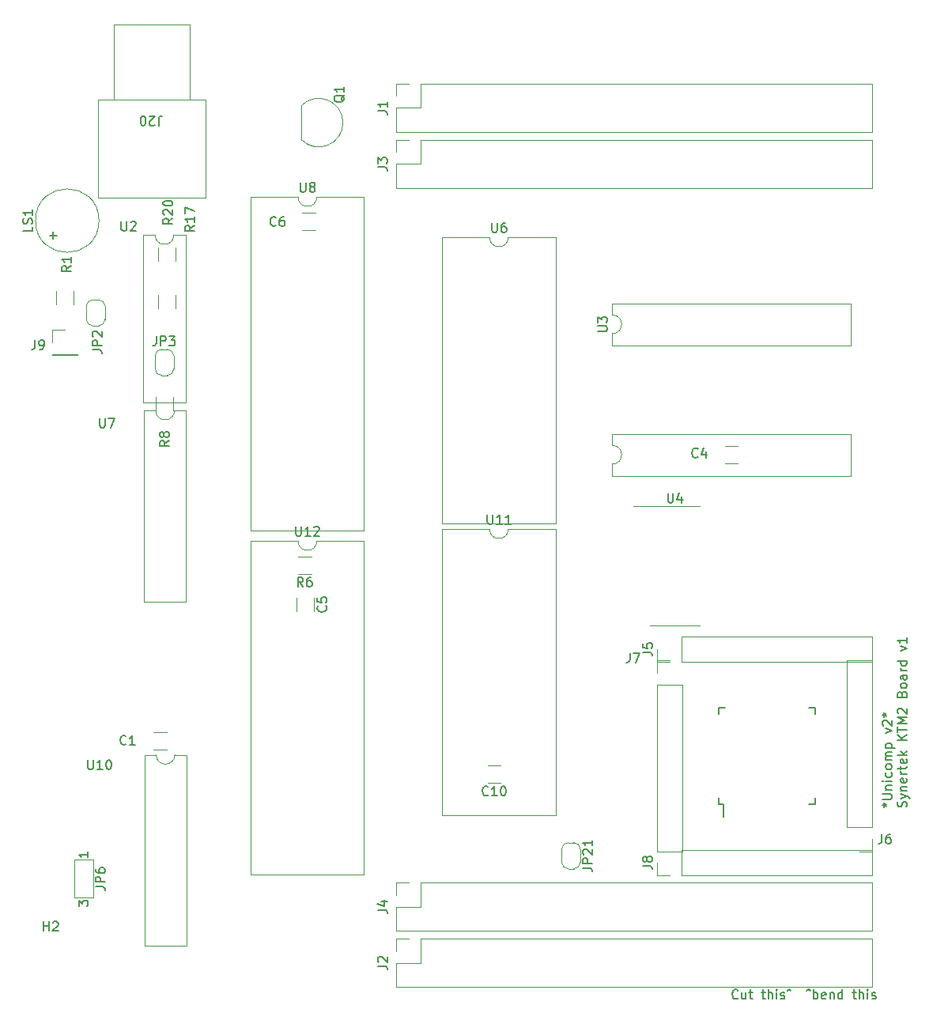
<source format=gbr>
%TF.GenerationSoftware,KiCad,Pcbnew,7.0.5-7.0.5~ubuntu20.04.1*%
%TF.CreationDate,2023-07-18T19:18:07+02:00*%
%TF.ProjectId,UC2_synertek_KTM2,5543325f-7379-46e6-9572-74656b5f4b54,rev?*%
%TF.SameCoordinates,Original*%
%TF.FileFunction,Legend,Top*%
%TF.FilePolarity,Positive*%
%FSLAX46Y46*%
G04 Gerber Fmt 4.6, Leading zero omitted, Abs format (unit mm)*
G04 Created by KiCad (PCBNEW 7.0.5-7.0.5~ubuntu20.04.1) date 2023-07-18 19:18:07*
%MOMM*%
%LPD*%
G01*
G04 APERTURE LIST*
%ADD10C,0.150000*%
%ADD11C,0.120000*%
G04 APERTURE END LIST*
D10*
X190419819Y-124234363D02*
X190657914Y-124234363D01*
X190562676Y-124472458D02*
X190657914Y-124234363D01*
X190657914Y-124234363D02*
X190562676Y-123996268D01*
X190848390Y-124377220D02*
X190657914Y-124234363D01*
X190657914Y-124234363D02*
X190848390Y-124091506D01*
X190419819Y-123615315D02*
X191229342Y-123615315D01*
X191229342Y-123615315D02*
X191324580Y-123567696D01*
X191324580Y-123567696D02*
X191372200Y-123520077D01*
X191372200Y-123520077D02*
X191419819Y-123424839D01*
X191419819Y-123424839D02*
X191419819Y-123234363D01*
X191419819Y-123234363D02*
X191372200Y-123139125D01*
X191372200Y-123139125D02*
X191324580Y-123091506D01*
X191324580Y-123091506D02*
X191229342Y-123043887D01*
X191229342Y-123043887D02*
X190419819Y-123043887D01*
X190753152Y-122567696D02*
X191419819Y-122567696D01*
X190848390Y-122567696D02*
X190800771Y-122520077D01*
X190800771Y-122520077D02*
X190753152Y-122424839D01*
X190753152Y-122424839D02*
X190753152Y-122281982D01*
X190753152Y-122281982D02*
X190800771Y-122186744D01*
X190800771Y-122186744D02*
X190896009Y-122139125D01*
X190896009Y-122139125D02*
X191419819Y-122139125D01*
X191419819Y-121662934D02*
X190753152Y-121662934D01*
X190419819Y-121662934D02*
X190467438Y-121710553D01*
X190467438Y-121710553D02*
X190515057Y-121662934D01*
X190515057Y-121662934D02*
X190467438Y-121615315D01*
X190467438Y-121615315D02*
X190419819Y-121662934D01*
X190419819Y-121662934D02*
X190515057Y-121662934D01*
X191372200Y-120758173D02*
X191419819Y-120853411D01*
X191419819Y-120853411D02*
X191419819Y-121043887D01*
X191419819Y-121043887D02*
X191372200Y-121139125D01*
X191372200Y-121139125D02*
X191324580Y-121186744D01*
X191324580Y-121186744D02*
X191229342Y-121234363D01*
X191229342Y-121234363D02*
X190943628Y-121234363D01*
X190943628Y-121234363D02*
X190848390Y-121186744D01*
X190848390Y-121186744D02*
X190800771Y-121139125D01*
X190800771Y-121139125D02*
X190753152Y-121043887D01*
X190753152Y-121043887D02*
X190753152Y-120853411D01*
X190753152Y-120853411D02*
X190800771Y-120758173D01*
X191419819Y-120186744D02*
X191372200Y-120281982D01*
X191372200Y-120281982D02*
X191324580Y-120329601D01*
X191324580Y-120329601D02*
X191229342Y-120377220D01*
X191229342Y-120377220D02*
X190943628Y-120377220D01*
X190943628Y-120377220D02*
X190848390Y-120329601D01*
X190848390Y-120329601D02*
X190800771Y-120281982D01*
X190800771Y-120281982D02*
X190753152Y-120186744D01*
X190753152Y-120186744D02*
X190753152Y-120043887D01*
X190753152Y-120043887D02*
X190800771Y-119948649D01*
X190800771Y-119948649D02*
X190848390Y-119901030D01*
X190848390Y-119901030D02*
X190943628Y-119853411D01*
X190943628Y-119853411D02*
X191229342Y-119853411D01*
X191229342Y-119853411D02*
X191324580Y-119901030D01*
X191324580Y-119901030D02*
X191372200Y-119948649D01*
X191372200Y-119948649D02*
X191419819Y-120043887D01*
X191419819Y-120043887D02*
X191419819Y-120186744D01*
X191419819Y-119424839D02*
X190753152Y-119424839D01*
X190848390Y-119424839D02*
X190800771Y-119377220D01*
X190800771Y-119377220D02*
X190753152Y-119281982D01*
X190753152Y-119281982D02*
X190753152Y-119139125D01*
X190753152Y-119139125D02*
X190800771Y-119043887D01*
X190800771Y-119043887D02*
X190896009Y-118996268D01*
X190896009Y-118996268D02*
X191419819Y-118996268D01*
X190896009Y-118996268D02*
X190800771Y-118948649D01*
X190800771Y-118948649D02*
X190753152Y-118853411D01*
X190753152Y-118853411D02*
X190753152Y-118710554D01*
X190753152Y-118710554D02*
X190800771Y-118615315D01*
X190800771Y-118615315D02*
X190896009Y-118567696D01*
X190896009Y-118567696D02*
X191419819Y-118567696D01*
X190753152Y-118091506D02*
X191753152Y-118091506D01*
X190800771Y-118091506D02*
X190753152Y-117996268D01*
X190753152Y-117996268D02*
X190753152Y-117805792D01*
X190753152Y-117805792D02*
X190800771Y-117710554D01*
X190800771Y-117710554D02*
X190848390Y-117662935D01*
X190848390Y-117662935D02*
X190943628Y-117615316D01*
X190943628Y-117615316D02*
X191229342Y-117615316D01*
X191229342Y-117615316D02*
X191324580Y-117662935D01*
X191324580Y-117662935D02*
X191372200Y-117710554D01*
X191372200Y-117710554D02*
X191419819Y-117805792D01*
X191419819Y-117805792D02*
X191419819Y-117996268D01*
X191419819Y-117996268D02*
X191372200Y-118091506D01*
X190753152Y-116520077D02*
X191419819Y-116281982D01*
X191419819Y-116281982D02*
X190753152Y-116043887D01*
X190515057Y-115710553D02*
X190467438Y-115662934D01*
X190467438Y-115662934D02*
X190419819Y-115567696D01*
X190419819Y-115567696D02*
X190419819Y-115329601D01*
X190419819Y-115329601D02*
X190467438Y-115234363D01*
X190467438Y-115234363D02*
X190515057Y-115186744D01*
X190515057Y-115186744D02*
X190610295Y-115139125D01*
X190610295Y-115139125D02*
X190705533Y-115139125D01*
X190705533Y-115139125D02*
X190848390Y-115186744D01*
X190848390Y-115186744D02*
X191419819Y-115758172D01*
X191419819Y-115758172D02*
X191419819Y-115139125D01*
X190419819Y-114567696D02*
X190657914Y-114567696D01*
X190562676Y-114805791D02*
X190657914Y-114567696D01*
X190657914Y-114567696D02*
X190562676Y-114329601D01*
X190848390Y-114710553D02*
X190657914Y-114567696D01*
X190657914Y-114567696D02*
X190848390Y-114424839D01*
X192982200Y-124424839D02*
X193029819Y-124281982D01*
X193029819Y-124281982D02*
X193029819Y-124043887D01*
X193029819Y-124043887D02*
X192982200Y-123948649D01*
X192982200Y-123948649D02*
X192934580Y-123901030D01*
X192934580Y-123901030D02*
X192839342Y-123853411D01*
X192839342Y-123853411D02*
X192744104Y-123853411D01*
X192744104Y-123853411D02*
X192648866Y-123901030D01*
X192648866Y-123901030D02*
X192601247Y-123948649D01*
X192601247Y-123948649D02*
X192553628Y-124043887D01*
X192553628Y-124043887D02*
X192506009Y-124234363D01*
X192506009Y-124234363D02*
X192458390Y-124329601D01*
X192458390Y-124329601D02*
X192410771Y-124377220D01*
X192410771Y-124377220D02*
X192315533Y-124424839D01*
X192315533Y-124424839D02*
X192220295Y-124424839D01*
X192220295Y-124424839D02*
X192125057Y-124377220D01*
X192125057Y-124377220D02*
X192077438Y-124329601D01*
X192077438Y-124329601D02*
X192029819Y-124234363D01*
X192029819Y-124234363D02*
X192029819Y-123996268D01*
X192029819Y-123996268D02*
X192077438Y-123853411D01*
X192363152Y-123520077D02*
X193029819Y-123281982D01*
X192363152Y-123043887D02*
X193029819Y-123281982D01*
X193029819Y-123281982D02*
X193267914Y-123377220D01*
X193267914Y-123377220D02*
X193315533Y-123424839D01*
X193315533Y-123424839D02*
X193363152Y-123520077D01*
X192363152Y-122662934D02*
X193029819Y-122662934D01*
X192458390Y-122662934D02*
X192410771Y-122615315D01*
X192410771Y-122615315D02*
X192363152Y-122520077D01*
X192363152Y-122520077D02*
X192363152Y-122377220D01*
X192363152Y-122377220D02*
X192410771Y-122281982D01*
X192410771Y-122281982D02*
X192506009Y-122234363D01*
X192506009Y-122234363D02*
X193029819Y-122234363D01*
X192982200Y-121377220D02*
X193029819Y-121472458D01*
X193029819Y-121472458D02*
X193029819Y-121662934D01*
X193029819Y-121662934D02*
X192982200Y-121758172D01*
X192982200Y-121758172D02*
X192886961Y-121805791D01*
X192886961Y-121805791D02*
X192506009Y-121805791D01*
X192506009Y-121805791D02*
X192410771Y-121758172D01*
X192410771Y-121758172D02*
X192363152Y-121662934D01*
X192363152Y-121662934D02*
X192363152Y-121472458D01*
X192363152Y-121472458D02*
X192410771Y-121377220D01*
X192410771Y-121377220D02*
X192506009Y-121329601D01*
X192506009Y-121329601D02*
X192601247Y-121329601D01*
X192601247Y-121329601D02*
X192696485Y-121805791D01*
X193029819Y-120901029D02*
X192363152Y-120901029D01*
X192553628Y-120901029D02*
X192458390Y-120853410D01*
X192458390Y-120853410D02*
X192410771Y-120805791D01*
X192410771Y-120805791D02*
X192363152Y-120710553D01*
X192363152Y-120710553D02*
X192363152Y-120615315D01*
X192363152Y-120424838D02*
X192363152Y-120043886D01*
X192029819Y-120281981D02*
X192886961Y-120281981D01*
X192886961Y-120281981D02*
X192982200Y-120234362D01*
X192982200Y-120234362D02*
X193029819Y-120139124D01*
X193029819Y-120139124D02*
X193029819Y-120043886D01*
X192982200Y-119329600D02*
X193029819Y-119424838D01*
X193029819Y-119424838D02*
X193029819Y-119615314D01*
X193029819Y-119615314D02*
X192982200Y-119710552D01*
X192982200Y-119710552D02*
X192886961Y-119758171D01*
X192886961Y-119758171D02*
X192506009Y-119758171D01*
X192506009Y-119758171D02*
X192410771Y-119710552D01*
X192410771Y-119710552D02*
X192363152Y-119615314D01*
X192363152Y-119615314D02*
X192363152Y-119424838D01*
X192363152Y-119424838D02*
X192410771Y-119329600D01*
X192410771Y-119329600D02*
X192506009Y-119281981D01*
X192506009Y-119281981D02*
X192601247Y-119281981D01*
X192601247Y-119281981D02*
X192696485Y-119758171D01*
X193029819Y-118853409D02*
X192029819Y-118853409D01*
X192648866Y-118758171D02*
X193029819Y-118472457D01*
X192363152Y-118472457D02*
X192744104Y-118853409D01*
X193029819Y-117281980D02*
X192029819Y-117281980D01*
X193029819Y-116710552D02*
X192458390Y-117139123D01*
X192029819Y-116710552D02*
X192601247Y-117281980D01*
X192029819Y-116424837D02*
X192029819Y-115853409D01*
X193029819Y-116139123D02*
X192029819Y-116139123D01*
X193029819Y-115520075D02*
X192029819Y-115520075D01*
X192029819Y-115520075D02*
X192744104Y-115186742D01*
X192744104Y-115186742D02*
X192029819Y-114853409D01*
X192029819Y-114853409D02*
X193029819Y-114853409D01*
X192125057Y-114424837D02*
X192077438Y-114377218D01*
X192077438Y-114377218D02*
X192029819Y-114281980D01*
X192029819Y-114281980D02*
X192029819Y-114043885D01*
X192029819Y-114043885D02*
X192077438Y-113948647D01*
X192077438Y-113948647D02*
X192125057Y-113901028D01*
X192125057Y-113901028D02*
X192220295Y-113853409D01*
X192220295Y-113853409D02*
X192315533Y-113853409D01*
X192315533Y-113853409D02*
X192458390Y-113901028D01*
X192458390Y-113901028D02*
X193029819Y-114472456D01*
X193029819Y-114472456D02*
X193029819Y-113853409D01*
X192506009Y-112329599D02*
X192553628Y-112186742D01*
X192553628Y-112186742D02*
X192601247Y-112139123D01*
X192601247Y-112139123D02*
X192696485Y-112091504D01*
X192696485Y-112091504D02*
X192839342Y-112091504D01*
X192839342Y-112091504D02*
X192934580Y-112139123D01*
X192934580Y-112139123D02*
X192982200Y-112186742D01*
X192982200Y-112186742D02*
X193029819Y-112281980D01*
X193029819Y-112281980D02*
X193029819Y-112662932D01*
X193029819Y-112662932D02*
X192029819Y-112662932D01*
X192029819Y-112662932D02*
X192029819Y-112329599D01*
X192029819Y-112329599D02*
X192077438Y-112234361D01*
X192077438Y-112234361D02*
X192125057Y-112186742D01*
X192125057Y-112186742D02*
X192220295Y-112139123D01*
X192220295Y-112139123D02*
X192315533Y-112139123D01*
X192315533Y-112139123D02*
X192410771Y-112186742D01*
X192410771Y-112186742D02*
X192458390Y-112234361D01*
X192458390Y-112234361D02*
X192506009Y-112329599D01*
X192506009Y-112329599D02*
X192506009Y-112662932D01*
X193029819Y-111520075D02*
X192982200Y-111615313D01*
X192982200Y-111615313D02*
X192934580Y-111662932D01*
X192934580Y-111662932D02*
X192839342Y-111710551D01*
X192839342Y-111710551D02*
X192553628Y-111710551D01*
X192553628Y-111710551D02*
X192458390Y-111662932D01*
X192458390Y-111662932D02*
X192410771Y-111615313D01*
X192410771Y-111615313D02*
X192363152Y-111520075D01*
X192363152Y-111520075D02*
X192363152Y-111377218D01*
X192363152Y-111377218D02*
X192410771Y-111281980D01*
X192410771Y-111281980D02*
X192458390Y-111234361D01*
X192458390Y-111234361D02*
X192553628Y-111186742D01*
X192553628Y-111186742D02*
X192839342Y-111186742D01*
X192839342Y-111186742D02*
X192934580Y-111234361D01*
X192934580Y-111234361D02*
X192982200Y-111281980D01*
X192982200Y-111281980D02*
X193029819Y-111377218D01*
X193029819Y-111377218D02*
X193029819Y-111520075D01*
X193029819Y-110329599D02*
X192506009Y-110329599D01*
X192506009Y-110329599D02*
X192410771Y-110377218D01*
X192410771Y-110377218D02*
X192363152Y-110472456D01*
X192363152Y-110472456D02*
X192363152Y-110662932D01*
X192363152Y-110662932D02*
X192410771Y-110758170D01*
X192982200Y-110329599D02*
X193029819Y-110424837D01*
X193029819Y-110424837D02*
X193029819Y-110662932D01*
X193029819Y-110662932D02*
X192982200Y-110758170D01*
X192982200Y-110758170D02*
X192886961Y-110805789D01*
X192886961Y-110805789D02*
X192791723Y-110805789D01*
X192791723Y-110805789D02*
X192696485Y-110758170D01*
X192696485Y-110758170D02*
X192648866Y-110662932D01*
X192648866Y-110662932D02*
X192648866Y-110424837D01*
X192648866Y-110424837D02*
X192601247Y-110329599D01*
X193029819Y-109853408D02*
X192363152Y-109853408D01*
X192553628Y-109853408D02*
X192458390Y-109805789D01*
X192458390Y-109805789D02*
X192410771Y-109758170D01*
X192410771Y-109758170D02*
X192363152Y-109662932D01*
X192363152Y-109662932D02*
X192363152Y-109567694D01*
X193029819Y-108805789D02*
X192029819Y-108805789D01*
X192982200Y-108805789D02*
X193029819Y-108901027D01*
X193029819Y-108901027D02*
X193029819Y-109091503D01*
X193029819Y-109091503D02*
X192982200Y-109186741D01*
X192982200Y-109186741D02*
X192934580Y-109234360D01*
X192934580Y-109234360D02*
X192839342Y-109281979D01*
X192839342Y-109281979D02*
X192553628Y-109281979D01*
X192553628Y-109281979D02*
X192458390Y-109234360D01*
X192458390Y-109234360D02*
X192410771Y-109186741D01*
X192410771Y-109186741D02*
X192363152Y-109091503D01*
X192363152Y-109091503D02*
X192363152Y-108901027D01*
X192363152Y-108901027D02*
X192410771Y-108805789D01*
X192363152Y-107662931D02*
X193029819Y-107424836D01*
X193029819Y-107424836D02*
X192363152Y-107186741D01*
X193029819Y-106281979D02*
X193029819Y-106853407D01*
X193029819Y-106567693D02*
X192029819Y-106567693D01*
X192029819Y-106567693D02*
X192172676Y-106662931D01*
X192172676Y-106662931D02*
X192267914Y-106758169D01*
X192267914Y-106758169D02*
X192315533Y-106853407D01*
X100584495Y-137702424D02*
X100584495Y-136702424D01*
X100584495Y-137178614D02*
X101155923Y-137178614D01*
X101155923Y-137702424D02*
X101155923Y-136702424D01*
X101584495Y-136797662D02*
X101632114Y-136750043D01*
X101632114Y-136750043D02*
X101727352Y-136702424D01*
X101727352Y-136702424D02*
X101965447Y-136702424D01*
X101965447Y-136702424D02*
X102060685Y-136750043D01*
X102060685Y-136750043D02*
X102108304Y-136797662D01*
X102108304Y-136797662D02*
X102155923Y-136892900D01*
X102155923Y-136892900D02*
X102155923Y-136988138D01*
X102155923Y-136988138D02*
X102108304Y-137130995D01*
X102108304Y-137130995D02*
X101536876Y-137702424D01*
X101536876Y-137702424D02*
X102155923Y-137702424D01*
X174940931Y-144885580D02*
X174893312Y-144933200D01*
X174893312Y-144933200D02*
X174750455Y-144980819D01*
X174750455Y-144980819D02*
X174655217Y-144980819D01*
X174655217Y-144980819D02*
X174512360Y-144933200D01*
X174512360Y-144933200D02*
X174417122Y-144837961D01*
X174417122Y-144837961D02*
X174369503Y-144742723D01*
X174369503Y-144742723D02*
X174321884Y-144552247D01*
X174321884Y-144552247D02*
X174321884Y-144409390D01*
X174321884Y-144409390D02*
X174369503Y-144218914D01*
X174369503Y-144218914D02*
X174417122Y-144123676D01*
X174417122Y-144123676D02*
X174512360Y-144028438D01*
X174512360Y-144028438D02*
X174655217Y-143980819D01*
X174655217Y-143980819D02*
X174750455Y-143980819D01*
X174750455Y-143980819D02*
X174893312Y-144028438D01*
X174893312Y-144028438D02*
X174940931Y-144076057D01*
X175798074Y-144314152D02*
X175798074Y-144980819D01*
X175369503Y-144314152D02*
X175369503Y-144837961D01*
X175369503Y-144837961D02*
X175417122Y-144933200D01*
X175417122Y-144933200D02*
X175512360Y-144980819D01*
X175512360Y-144980819D02*
X175655217Y-144980819D01*
X175655217Y-144980819D02*
X175750455Y-144933200D01*
X175750455Y-144933200D02*
X175798074Y-144885580D01*
X176131408Y-144314152D02*
X176512360Y-144314152D01*
X176274265Y-143980819D02*
X176274265Y-144837961D01*
X176274265Y-144837961D02*
X176321884Y-144933200D01*
X176321884Y-144933200D02*
X176417122Y-144980819D01*
X176417122Y-144980819D02*
X176512360Y-144980819D01*
X177464742Y-144314152D02*
X177845694Y-144314152D01*
X177607599Y-143980819D02*
X177607599Y-144837961D01*
X177607599Y-144837961D02*
X177655218Y-144933200D01*
X177655218Y-144933200D02*
X177750456Y-144980819D01*
X177750456Y-144980819D02*
X177845694Y-144980819D01*
X178179028Y-144980819D02*
X178179028Y-143980819D01*
X178607599Y-144980819D02*
X178607599Y-144457009D01*
X178607599Y-144457009D02*
X178559980Y-144361771D01*
X178559980Y-144361771D02*
X178464742Y-144314152D01*
X178464742Y-144314152D02*
X178321885Y-144314152D01*
X178321885Y-144314152D02*
X178226647Y-144361771D01*
X178226647Y-144361771D02*
X178179028Y-144409390D01*
X179083790Y-144980819D02*
X179083790Y-144314152D01*
X179083790Y-143980819D02*
X179036171Y-144028438D01*
X179036171Y-144028438D02*
X179083790Y-144076057D01*
X179083790Y-144076057D02*
X179131409Y-144028438D01*
X179131409Y-144028438D02*
X179083790Y-143980819D01*
X179083790Y-143980819D02*
X179083790Y-144076057D01*
X179512361Y-144933200D02*
X179607599Y-144980819D01*
X179607599Y-144980819D02*
X179798075Y-144980819D01*
X179798075Y-144980819D02*
X179893313Y-144933200D01*
X179893313Y-144933200D02*
X179940932Y-144837961D01*
X179940932Y-144837961D02*
X179940932Y-144790342D01*
X179940932Y-144790342D02*
X179893313Y-144695104D01*
X179893313Y-144695104D02*
X179798075Y-144647485D01*
X179798075Y-144647485D02*
X179655218Y-144647485D01*
X179655218Y-144647485D02*
X179559980Y-144599866D01*
X179559980Y-144599866D02*
X179512361Y-144504628D01*
X179512361Y-144504628D02*
X179512361Y-144457009D01*
X179512361Y-144457009D02*
X179559980Y-144361771D01*
X179559980Y-144361771D02*
X179655218Y-144314152D01*
X179655218Y-144314152D02*
X179798075Y-144314152D01*
X179798075Y-144314152D02*
X179893313Y-144361771D01*
X180226647Y-144076057D02*
X180417123Y-143933200D01*
X180417123Y-143933200D02*
X180607599Y-144076057D01*
X182321886Y-144076057D02*
X182512362Y-143933200D01*
X182512362Y-143933200D02*
X182702838Y-144076057D01*
X183036172Y-144980819D02*
X183036172Y-143980819D01*
X183036172Y-144361771D02*
X183131410Y-144314152D01*
X183131410Y-144314152D02*
X183321886Y-144314152D01*
X183321886Y-144314152D02*
X183417124Y-144361771D01*
X183417124Y-144361771D02*
X183464743Y-144409390D01*
X183464743Y-144409390D02*
X183512362Y-144504628D01*
X183512362Y-144504628D02*
X183512362Y-144790342D01*
X183512362Y-144790342D02*
X183464743Y-144885580D01*
X183464743Y-144885580D02*
X183417124Y-144933200D01*
X183417124Y-144933200D02*
X183321886Y-144980819D01*
X183321886Y-144980819D02*
X183131410Y-144980819D01*
X183131410Y-144980819D02*
X183036172Y-144933200D01*
X184321886Y-144933200D02*
X184226648Y-144980819D01*
X184226648Y-144980819D02*
X184036172Y-144980819D01*
X184036172Y-144980819D02*
X183940934Y-144933200D01*
X183940934Y-144933200D02*
X183893315Y-144837961D01*
X183893315Y-144837961D02*
X183893315Y-144457009D01*
X183893315Y-144457009D02*
X183940934Y-144361771D01*
X183940934Y-144361771D02*
X184036172Y-144314152D01*
X184036172Y-144314152D02*
X184226648Y-144314152D01*
X184226648Y-144314152D02*
X184321886Y-144361771D01*
X184321886Y-144361771D02*
X184369505Y-144457009D01*
X184369505Y-144457009D02*
X184369505Y-144552247D01*
X184369505Y-144552247D02*
X183893315Y-144647485D01*
X184798077Y-144314152D02*
X184798077Y-144980819D01*
X184798077Y-144409390D02*
X184845696Y-144361771D01*
X184845696Y-144361771D02*
X184940934Y-144314152D01*
X184940934Y-144314152D02*
X185083791Y-144314152D01*
X185083791Y-144314152D02*
X185179029Y-144361771D01*
X185179029Y-144361771D02*
X185226648Y-144457009D01*
X185226648Y-144457009D02*
X185226648Y-144980819D01*
X186131410Y-144980819D02*
X186131410Y-143980819D01*
X186131410Y-144933200D02*
X186036172Y-144980819D01*
X186036172Y-144980819D02*
X185845696Y-144980819D01*
X185845696Y-144980819D02*
X185750458Y-144933200D01*
X185750458Y-144933200D02*
X185702839Y-144885580D01*
X185702839Y-144885580D02*
X185655220Y-144790342D01*
X185655220Y-144790342D02*
X185655220Y-144504628D01*
X185655220Y-144504628D02*
X185702839Y-144409390D01*
X185702839Y-144409390D02*
X185750458Y-144361771D01*
X185750458Y-144361771D02*
X185845696Y-144314152D01*
X185845696Y-144314152D02*
X186036172Y-144314152D01*
X186036172Y-144314152D02*
X186131410Y-144361771D01*
X187226649Y-144314152D02*
X187607601Y-144314152D01*
X187369506Y-143980819D02*
X187369506Y-144837961D01*
X187369506Y-144837961D02*
X187417125Y-144933200D01*
X187417125Y-144933200D02*
X187512363Y-144980819D01*
X187512363Y-144980819D02*
X187607601Y-144980819D01*
X187940935Y-144980819D02*
X187940935Y-143980819D01*
X188369506Y-144980819D02*
X188369506Y-144457009D01*
X188369506Y-144457009D02*
X188321887Y-144361771D01*
X188321887Y-144361771D02*
X188226649Y-144314152D01*
X188226649Y-144314152D02*
X188083792Y-144314152D01*
X188083792Y-144314152D02*
X187988554Y-144361771D01*
X187988554Y-144361771D02*
X187940935Y-144409390D01*
X188845697Y-144980819D02*
X188845697Y-144314152D01*
X188845697Y-143980819D02*
X188798078Y-144028438D01*
X188798078Y-144028438D02*
X188845697Y-144076057D01*
X188845697Y-144076057D02*
X188893316Y-144028438D01*
X188893316Y-144028438D02*
X188845697Y-143980819D01*
X188845697Y-143980819D02*
X188845697Y-144076057D01*
X189274268Y-144933200D02*
X189369506Y-144980819D01*
X189369506Y-144980819D02*
X189559982Y-144980819D01*
X189559982Y-144980819D02*
X189655220Y-144933200D01*
X189655220Y-144933200D02*
X189702839Y-144837961D01*
X189702839Y-144837961D02*
X189702839Y-144790342D01*
X189702839Y-144790342D02*
X189655220Y-144695104D01*
X189655220Y-144695104D02*
X189559982Y-144647485D01*
X189559982Y-144647485D02*
X189417125Y-144647485D01*
X189417125Y-144647485D02*
X189321887Y-144599866D01*
X189321887Y-144599866D02*
X189274268Y-144504628D01*
X189274268Y-144504628D02*
X189274268Y-144457009D01*
X189274268Y-144457009D02*
X189321887Y-144361771D01*
X189321887Y-144361771D02*
X189417125Y-144314152D01*
X189417125Y-144314152D02*
X189559982Y-144314152D01*
X189559982Y-144314152D02*
X189655220Y-144361771D01*
%TO.C,J3*%
X136384819Y-55906338D02*
X137099104Y-55906338D01*
X137099104Y-55906338D02*
X137241961Y-55953957D01*
X137241961Y-55953957D02*
X137337200Y-56049195D01*
X137337200Y-56049195D02*
X137384819Y-56192052D01*
X137384819Y-56192052D02*
X137384819Y-56287290D01*
X136384819Y-55525385D02*
X136384819Y-54906338D01*
X136384819Y-54906338D02*
X136765771Y-55239671D01*
X136765771Y-55239671D02*
X136765771Y-55096814D01*
X136765771Y-55096814D02*
X136813390Y-55001576D01*
X136813390Y-55001576D02*
X136861009Y-54953957D01*
X136861009Y-54953957D02*
X136956247Y-54906338D01*
X136956247Y-54906338D02*
X137194342Y-54906338D01*
X137194342Y-54906338D02*
X137289580Y-54953957D01*
X137289580Y-54953957D02*
X137337200Y-55001576D01*
X137337200Y-55001576D02*
X137384819Y-55096814D01*
X137384819Y-55096814D02*
X137384819Y-55382528D01*
X137384819Y-55382528D02*
X137337200Y-55477766D01*
X137337200Y-55477766D02*
X137289580Y-55525385D01*
%TO.C,JP21*%
X158328419Y-130951123D02*
X159042704Y-130951123D01*
X159042704Y-130951123D02*
X159185561Y-130998742D01*
X159185561Y-130998742D02*
X159280800Y-131093980D01*
X159280800Y-131093980D02*
X159328419Y-131236837D01*
X159328419Y-131236837D02*
X159328419Y-131332075D01*
X159328419Y-130474932D02*
X158328419Y-130474932D01*
X158328419Y-130474932D02*
X158328419Y-130093980D01*
X158328419Y-130093980D02*
X158376038Y-129998742D01*
X158376038Y-129998742D02*
X158423657Y-129951123D01*
X158423657Y-129951123D02*
X158518895Y-129903504D01*
X158518895Y-129903504D02*
X158661752Y-129903504D01*
X158661752Y-129903504D02*
X158756990Y-129951123D01*
X158756990Y-129951123D02*
X158804609Y-129998742D01*
X158804609Y-129998742D02*
X158852228Y-130093980D01*
X158852228Y-130093980D02*
X158852228Y-130474932D01*
X158423657Y-129522551D02*
X158376038Y-129474932D01*
X158376038Y-129474932D02*
X158328419Y-129379694D01*
X158328419Y-129379694D02*
X158328419Y-129141599D01*
X158328419Y-129141599D02*
X158376038Y-129046361D01*
X158376038Y-129046361D02*
X158423657Y-128998742D01*
X158423657Y-128998742D02*
X158518895Y-128951123D01*
X158518895Y-128951123D02*
X158614133Y-128951123D01*
X158614133Y-128951123D02*
X158756990Y-128998742D01*
X158756990Y-128998742D02*
X159328419Y-129570170D01*
X159328419Y-129570170D02*
X159328419Y-128951123D01*
X159328419Y-127998742D02*
X159328419Y-128570170D01*
X159328419Y-128284456D02*
X158328419Y-128284456D01*
X158328419Y-128284456D02*
X158471276Y-128379694D01*
X158471276Y-128379694D02*
X158566514Y-128474932D01*
X158566514Y-128474932D02*
X158614133Y-128570170D01*
%TO.C,J8*%
X164764819Y-130722338D02*
X165479104Y-130722338D01*
X165479104Y-130722338D02*
X165621961Y-130769957D01*
X165621961Y-130769957D02*
X165717200Y-130865195D01*
X165717200Y-130865195D02*
X165764819Y-131008052D01*
X165764819Y-131008052D02*
X165764819Y-131103290D01*
X165193390Y-130103290D02*
X165145771Y-130198528D01*
X165145771Y-130198528D02*
X165098152Y-130246147D01*
X165098152Y-130246147D02*
X165002914Y-130293766D01*
X165002914Y-130293766D02*
X164955295Y-130293766D01*
X164955295Y-130293766D02*
X164860057Y-130246147D01*
X164860057Y-130246147D02*
X164812438Y-130198528D01*
X164812438Y-130198528D02*
X164764819Y-130103290D01*
X164764819Y-130103290D02*
X164764819Y-129912814D01*
X164764819Y-129912814D02*
X164812438Y-129817576D01*
X164812438Y-129817576D02*
X164860057Y-129769957D01*
X164860057Y-129769957D02*
X164955295Y-129722338D01*
X164955295Y-129722338D02*
X165002914Y-129722338D01*
X165002914Y-129722338D02*
X165098152Y-129769957D01*
X165098152Y-129769957D02*
X165145771Y-129817576D01*
X165145771Y-129817576D02*
X165193390Y-129912814D01*
X165193390Y-129912814D02*
X165193390Y-130103290D01*
X165193390Y-130103290D02*
X165241009Y-130198528D01*
X165241009Y-130198528D02*
X165288628Y-130246147D01*
X165288628Y-130246147D02*
X165383866Y-130293766D01*
X165383866Y-130293766D02*
X165574342Y-130293766D01*
X165574342Y-130293766D02*
X165669580Y-130246147D01*
X165669580Y-130246147D02*
X165717200Y-130198528D01*
X165717200Y-130198528D02*
X165764819Y-130103290D01*
X165764819Y-130103290D02*
X165764819Y-129912814D01*
X165764819Y-129912814D02*
X165717200Y-129817576D01*
X165717200Y-129817576D02*
X165669580Y-129769957D01*
X165669580Y-129769957D02*
X165574342Y-129722338D01*
X165574342Y-129722338D02*
X165383866Y-129722338D01*
X165383866Y-129722338D02*
X165288628Y-129769957D01*
X165288628Y-129769957D02*
X165241009Y-129817576D01*
X165241009Y-129817576D02*
X165193390Y-129912814D01*
%TO.C,U4*%
X167436895Y-90833019D02*
X167436895Y-91642542D01*
X167436895Y-91642542D02*
X167484514Y-91737780D01*
X167484514Y-91737780D02*
X167532133Y-91785400D01*
X167532133Y-91785400D02*
X167627371Y-91833019D01*
X167627371Y-91833019D02*
X167817847Y-91833019D01*
X167817847Y-91833019D02*
X167913085Y-91785400D01*
X167913085Y-91785400D02*
X167960704Y-91737780D01*
X167960704Y-91737780D02*
X168008323Y-91642542D01*
X168008323Y-91642542D02*
X168008323Y-90833019D01*
X168913085Y-91166352D02*
X168913085Y-91833019D01*
X168674990Y-90785400D02*
X168436895Y-91499685D01*
X168436895Y-91499685D02*
X169055942Y-91499685D01*
%TO.C,J1*%
X136384819Y-49906338D02*
X137099104Y-49906338D01*
X137099104Y-49906338D02*
X137241961Y-49953957D01*
X137241961Y-49953957D02*
X137337200Y-50049195D01*
X137337200Y-50049195D02*
X137384819Y-50192052D01*
X137384819Y-50192052D02*
X137384819Y-50287290D01*
X137384819Y-48906338D02*
X137384819Y-49477766D01*
X137384819Y-49192052D02*
X136384819Y-49192052D01*
X136384819Y-49192052D02*
X136527676Y-49287290D01*
X136527676Y-49287290D02*
X136622914Y-49382528D01*
X136622914Y-49382528D02*
X136670533Y-49477766D01*
%TO.C,C5*%
X130803380Y-102907866D02*
X130851000Y-102955485D01*
X130851000Y-102955485D02*
X130898619Y-103098342D01*
X130898619Y-103098342D02*
X130898619Y-103193580D01*
X130898619Y-103193580D02*
X130851000Y-103336437D01*
X130851000Y-103336437D02*
X130755761Y-103431675D01*
X130755761Y-103431675D02*
X130660523Y-103479294D01*
X130660523Y-103479294D02*
X130470047Y-103526913D01*
X130470047Y-103526913D02*
X130327190Y-103526913D01*
X130327190Y-103526913D02*
X130136714Y-103479294D01*
X130136714Y-103479294D02*
X130041476Y-103431675D01*
X130041476Y-103431675D02*
X129946238Y-103336437D01*
X129946238Y-103336437D02*
X129898619Y-103193580D01*
X129898619Y-103193580D02*
X129898619Y-103098342D01*
X129898619Y-103098342D02*
X129946238Y-102955485D01*
X129946238Y-102955485D02*
X129993857Y-102907866D01*
X129898619Y-102003104D02*
X129898619Y-102479294D01*
X129898619Y-102479294D02*
X130374809Y-102526913D01*
X130374809Y-102526913D02*
X130327190Y-102479294D01*
X130327190Y-102479294D02*
X130279571Y-102384056D01*
X130279571Y-102384056D02*
X130279571Y-102145961D01*
X130279571Y-102145961D02*
X130327190Y-102050723D01*
X130327190Y-102050723D02*
X130374809Y-102003104D01*
X130374809Y-102003104D02*
X130470047Y-101955485D01*
X130470047Y-101955485D02*
X130708142Y-101955485D01*
X130708142Y-101955485D02*
X130803380Y-102003104D01*
X130803380Y-102003104D02*
X130851000Y-102050723D01*
X130851000Y-102050723D02*
X130898619Y-102145961D01*
X130898619Y-102145961D02*
X130898619Y-102384056D01*
X130898619Y-102384056D02*
X130851000Y-102479294D01*
X130851000Y-102479294D02*
X130803380Y-102526913D01*
%TO.C,Q1*%
X132807857Y-48202838D02*
X132760238Y-48298076D01*
X132760238Y-48298076D02*
X132665000Y-48393314D01*
X132665000Y-48393314D02*
X132522142Y-48536171D01*
X132522142Y-48536171D02*
X132474523Y-48631409D01*
X132474523Y-48631409D02*
X132474523Y-48726647D01*
X132712619Y-48679028D02*
X132665000Y-48774266D01*
X132665000Y-48774266D02*
X132569761Y-48869504D01*
X132569761Y-48869504D02*
X132379285Y-48917123D01*
X132379285Y-48917123D02*
X132045952Y-48917123D01*
X132045952Y-48917123D02*
X131855476Y-48869504D01*
X131855476Y-48869504D02*
X131760238Y-48774266D01*
X131760238Y-48774266D02*
X131712619Y-48679028D01*
X131712619Y-48679028D02*
X131712619Y-48488552D01*
X131712619Y-48488552D02*
X131760238Y-48393314D01*
X131760238Y-48393314D02*
X131855476Y-48298076D01*
X131855476Y-48298076D02*
X132045952Y-48250457D01*
X132045952Y-48250457D02*
X132379285Y-48250457D01*
X132379285Y-48250457D02*
X132569761Y-48298076D01*
X132569761Y-48298076D02*
X132665000Y-48393314D01*
X132665000Y-48393314D02*
X132712619Y-48488552D01*
X132712619Y-48488552D02*
X132712619Y-48679028D01*
X132712619Y-47298076D02*
X132712619Y-47869504D01*
X132712619Y-47583790D02*
X131712619Y-47583790D01*
X131712619Y-47583790D02*
X131855476Y-47679028D01*
X131855476Y-47679028D02*
X131950714Y-47774266D01*
X131950714Y-47774266D02*
X131998333Y-47869504D01*
%TO.C,LS1*%
X99378819Y-62288857D02*
X99378819Y-62765047D01*
X99378819Y-62765047D02*
X98378819Y-62765047D01*
X99331200Y-62003142D02*
X99378819Y-61860285D01*
X99378819Y-61860285D02*
X99378819Y-61622190D01*
X99378819Y-61622190D02*
X99331200Y-61526952D01*
X99331200Y-61526952D02*
X99283580Y-61479333D01*
X99283580Y-61479333D02*
X99188342Y-61431714D01*
X99188342Y-61431714D02*
X99093104Y-61431714D01*
X99093104Y-61431714D02*
X98997866Y-61479333D01*
X98997866Y-61479333D02*
X98950247Y-61526952D01*
X98950247Y-61526952D02*
X98902628Y-61622190D01*
X98902628Y-61622190D02*
X98855009Y-61812666D01*
X98855009Y-61812666D02*
X98807390Y-61907904D01*
X98807390Y-61907904D02*
X98759771Y-61955523D01*
X98759771Y-61955523D02*
X98664533Y-62003142D01*
X98664533Y-62003142D02*
X98569295Y-62003142D01*
X98569295Y-62003142D02*
X98474057Y-61955523D01*
X98474057Y-61955523D02*
X98426438Y-61907904D01*
X98426438Y-61907904D02*
X98378819Y-61812666D01*
X98378819Y-61812666D02*
X98378819Y-61574571D01*
X98378819Y-61574571D02*
X98426438Y-61431714D01*
X99378819Y-60479333D02*
X99378819Y-61050761D01*
X99378819Y-60765047D02*
X98378819Y-60765047D01*
X98378819Y-60765047D02*
X98521676Y-60860285D01*
X98521676Y-60860285D02*
X98616914Y-60955523D01*
X98616914Y-60955523D02*
X98664533Y-61050761D01*
X101597866Y-63626951D02*
X101597866Y-62865047D01*
X101978819Y-63245999D02*
X101216914Y-63245999D01*
%TO.C,R6*%
X128383333Y-100826819D02*
X128050000Y-100350628D01*
X127811905Y-100826819D02*
X127811905Y-99826819D01*
X127811905Y-99826819D02*
X128192857Y-99826819D01*
X128192857Y-99826819D02*
X128288095Y-99874438D01*
X128288095Y-99874438D02*
X128335714Y-99922057D01*
X128335714Y-99922057D02*
X128383333Y-100017295D01*
X128383333Y-100017295D02*
X128383333Y-100160152D01*
X128383333Y-100160152D02*
X128335714Y-100255390D01*
X128335714Y-100255390D02*
X128288095Y-100303009D01*
X128288095Y-100303009D02*
X128192857Y-100350628D01*
X128192857Y-100350628D02*
X127811905Y-100350628D01*
X129240476Y-99826819D02*
X129050000Y-99826819D01*
X129050000Y-99826819D02*
X128954762Y-99874438D01*
X128954762Y-99874438D02*
X128907143Y-99922057D01*
X128907143Y-99922057D02*
X128811905Y-100064914D01*
X128811905Y-100064914D02*
X128764286Y-100255390D01*
X128764286Y-100255390D02*
X128764286Y-100636342D01*
X128764286Y-100636342D02*
X128811905Y-100731580D01*
X128811905Y-100731580D02*
X128859524Y-100779200D01*
X128859524Y-100779200D02*
X128954762Y-100826819D01*
X128954762Y-100826819D02*
X129145238Y-100826819D01*
X129145238Y-100826819D02*
X129240476Y-100779200D01*
X129240476Y-100779200D02*
X129288095Y-100731580D01*
X129288095Y-100731580D02*
X129335714Y-100636342D01*
X129335714Y-100636342D02*
X129335714Y-100398247D01*
X129335714Y-100398247D02*
X129288095Y-100303009D01*
X129288095Y-100303009D02*
X129240476Y-100255390D01*
X129240476Y-100255390D02*
X129145238Y-100207771D01*
X129145238Y-100207771D02*
X128954762Y-100207771D01*
X128954762Y-100207771D02*
X128859524Y-100255390D01*
X128859524Y-100255390D02*
X128811905Y-100303009D01*
X128811905Y-100303009D02*
X128764286Y-100398247D01*
%TO.C,R17*%
X116710619Y-62161657D02*
X116234428Y-62494990D01*
X116710619Y-62733085D02*
X115710619Y-62733085D01*
X115710619Y-62733085D02*
X115710619Y-62352133D01*
X115710619Y-62352133D02*
X115758238Y-62256895D01*
X115758238Y-62256895D02*
X115805857Y-62209276D01*
X115805857Y-62209276D02*
X115901095Y-62161657D01*
X115901095Y-62161657D02*
X116043952Y-62161657D01*
X116043952Y-62161657D02*
X116139190Y-62209276D01*
X116139190Y-62209276D02*
X116186809Y-62256895D01*
X116186809Y-62256895D02*
X116234428Y-62352133D01*
X116234428Y-62352133D02*
X116234428Y-62733085D01*
X116710619Y-61209276D02*
X116710619Y-61780704D01*
X116710619Y-61494990D02*
X115710619Y-61494990D01*
X115710619Y-61494990D02*
X115853476Y-61590228D01*
X115853476Y-61590228D02*
X115948714Y-61685466D01*
X115948714Y-61685466D02*
X115996333Y-61780704D01*
X115710619Y-60875942D02*
X115710619Y-60209276D01*
X115710619Y-60209276D02*
X116710619Y-60637847D01*
%TO.C,J5*%
X164764819Y-107862338D02*
X165479104Y-107862338D01*
X165479104Y-107862338D02*
X165621961Y-107909957D01*
X165621961Y-107909957D02*
X165717200Y-108005195D01*
X165717200Y-108005195D02*
X165764819Y-108148052D01*
X165764819Y-108148052D02*
X165764819Y-108243290D01*
X164764819Y-106909957D02*
X164764819Y-107386147D01*
X164764819Y-107386147D02*
X165241009Y-107433766D01*
X165241009Y-107433766D02*
X165193390Y-107386147D01*
X165193390Y-107386147D02*
X165145771Y-107290909D01*
X165145771Y-107290909D02*
X165145771Y-107052814D01*
X165145771Y-107052814D02*
X165193390Y-106957576D01*
X165193390Y-106957576D02*
X165241009Y-106909957D01*
X165241009Y-106909957D02*
X165336247Y-106862338D01*
X165336247Y-106862338D02*
X165574342Y-106862338D01*
X165574342Y-106862338D02*
X165669580Y-106909957D01*
X165669580Y-106909957D02*
X165717200Y-106957576D01*
X165717200Y-106957576D02*
X165764819Y-107052814D01*
X165764819Y-107052814D02*
X165764819Y-107290909D01*
X165764819Y-107290909D02*
X165717200Y-107386147D01*
X165717200Y-107386147D02*
X165669580Y-107433766D01*
%TO.C,J4*%
X136384819Y-135452338D02*
X137099104Y-135452338D01*
X137099104Y-135452338D02*
X137241961Y-135499957D01*
X137241961Y-135499957D02*
X137337200Y-135595195D01*
X137337200Y-135595195D02*
X137384819Y-135738052D01*
X137384819Y-135738052D02*
X137384819Y-135833290D01*
X136718152Y-134547576D02*
X137384819Y-134547576D01*
X136337200Y-134785671D02*
X137051485Y-135023766D01*
X137051485Y-135023766D02*
X137051485Y-134404719D01*
%TO.C,R1*%
X103553419Y-66486066D02*
X103077228Y-66819399D01*
X103553419Y-67057494D02*
X102553419Y-67057494D01*
X102553419Y-67057494D02*
X102553419Y-66676542D01*
X102553419Y-66676542D02*
X102601038Y-66581304D01*
X102601038Y-66581304D02*
X102648657Y-66533685D01*
X102648657Y-66533685D02*
X102743895Y-66486066D01*
X102743895Y-66486066D02*
X102886752Y-66486066D01*
X102886752Y-66486066D02*
X102981990Y-66533685D01*
X102981990Y-66533685D02*
X103029609Y-66581304D01*
X103029609Y-66581304D02*
X103077228Y-66676542D01*
X103077228Y-66676542D02*
X103077228Y-67057494D01*
X103553419Y-65533685D02*
X103553419Y-66105113D01*
X103553419Y-65819399D02*
X102553419Y-65819399D01*
X102553419Y-65819399D02*
X102696276Y-65914637D01*
X102696276Y-65914637D02*
X102791514Y-66009875D01*
X102791514Y-66009875D02*
X102839133Y-66105113D01*
%TO.C,C4*%
X170648333Y-86922780D02*
X170600714Y-86970400D01*
X170600714Y-86970400D02*
X170457857Y-87018019D01*
X170457857Y-87018019D02*
X170362619Y-87018019D01*
X170362619Y-87018019D02*
X170219762Y-86970400D01*
X170219762Y-86970400D02*
X170124524Y-86875161D01*
X170124524Y-86875161D02*
X170076905Y-86779923D01*
X170076905Y-86779923D02*
X170029286Y-86589447D01*
X170029286Y-86589447D02*
X170029286Y-86446590D01*
X170029286Y-86446590D02*
X170076905Y-86256114D01*
X170076905Y-86256114D02*
X170124524Y-86160876D01*
X170124524Y-86160876D02*
X170219762Y-86065638D01*
X170219762Y-86065638D02*
X170362619Y-86018019D01*
X170362619Y-86018019D02*
X170457857Y-86018019D01*
X170457857Y-86018019D02*
X170600714Y-86065638D01*
X170600714Y-86065638D02*
X170648333Y-86113257D01*
X171505476Y-86351352D02*
X171505476Y-87018019D01*
X171267381Y-85970400D02*
X171029286Y-86684685D01*
X171029286Y-86684685D02*
X171648333Y-86684685D01*
%TO.C,JP6*%
X106156819Y-132943333D02*
X106871104Y-132943333D01*
X106871104Y-132943333D02*
X107013961Y-132990952D01*
X107013961Y-132990952D02*
X107109200Y-133086190D01*
X107109200Y-133086190D02*
X107156819Y-133229047D01*
X107156819Y-133229047D02*
X107156819Y-133324285D01*
X107156819Y-132467142D02*
X106156819Y-132467142D01*
X106156819Y-132467142D02*
X106156819Y-132086190D01*
X106156819Y-132086190D02*
X106204438Y-131990952D01*
X106204438Y-131990952D02*
X106252057Y-131943333D01*
X106252057Y-131943333D02*
X106347295Y-131895714D01*
X106347295Y-131895714D02*
X106490152Y-131895714D01*
X106490152Y-131895714D02*
X106585390Y-131943333D01*
X106585390Y-131943333D02*
X106633009Y-131990952D01*
X106633009Y-131990952D02*
X106680628Y-132086190D01*
X106680628Y-132086190D02*
X106680628Y-132467142D01*
X106156819Y-131038571D02*
X106156819Y-131229047D01*
X106156819Y-131229047D02*
X106204438Y-131324285D01*
X106204438Y-131324285D02*
X106252057Y-131371904D01*
X106252057Y-131371904D02*
X106394914Y-131467142D01*
X106394914Y-131467142D02*
X106585390Y-131514761D01*
X106585390Y-131514761D02*
X106966342Y-131514761D01*
X106966342Y-131514761D02*
X107061580Y-131467142D01*
X107061580Y-131467142D02*
X107109200Y-131419523D01*
X107109200Y-131419523D02*
X107156819Y-131324285D01*
X107156819Y-131324285D02*
X107156819Y-131133809D01*
X107156819Y-131133809D02*
X107109200Y-131038571D01*
X107109200Y-131038571D02*
X107061580Y-130990952D01*
X107061580Y-130990952D02*
X106966342Y-130943333D01*
X106966342Y-130943333D02*
X106728247Y-130943333D01*
X106728247Y-130943333D02*
X106633009Y-130990952D01*
X106633009Y-130990952D02*
X106585390Y-131038571D01*
X106585390Y-131038571D02*
X106537771Y-131133809D01*
X106537771Y-131133809D02*
X106537771Y-131324285D01*
X106537771Y-131324285D02*
X106585390Y-131419523D01*
X106585390Y-131419523D02*
X106633009Y-131467142D01*
X106633009Y-131467142D02*
X106728247Y-131514761D01*
X105356819Y-129224285D02*
X105356819Y-129795713D01*
X105356819Y-129509999D02*
X104356819Y-129509999D01*
X104356819Y-129509999D02*
X104499676Y-129605237D01*
X104499676Y-129605237D02*
X104594914Y-129700475D01*
X104594914Y-129700475D02*
X104642533Y-129795713D01*
X104356819Y-135043332D02*
X104356819Y-134424285D01*
X104356819Y-134424285D02*
X104737771Y-134757618D01*
X104737771Y-134757618D02*
X104737771Y-134614761D01*
X104737771Y-134614761D02*
X104785390Y-134519523D01*
X104785390Y-134519523D02*
X104833009Y-134471904D01*
X104833009Y-134471904D02*
X104928247Y-134424285D01*
X104928247Y-134424285D02*
X105166342Y-134424285D01*
X105166342Y-134424285D02*
X105261580Y-134471904D01*
X105261580Y-134471904D02*
X105309200Y-134519523D01*
X105309200Y-134519523D02*
X105356819Y-134614761D01*
X105356819Y-134614761D02*
X105356819Y-134900475D01*
X105356819Y-134900475D02*
X105309200Y-134995713D01*
X105309200Y-134995713D02*
X105261580Y-135043332D01*
%TO.C,U7*%
X106603895Y-82792219D02*
X106603895Y-83601742D01*
X106603895Y-83601742D02*
X106651514Y-83696980D01*
X106651514Y-83696980D02*
X106699133Y-83744600D01*
X106699133Y-83744600D02*
X106794371Y-83792219D01*
X106794371Y-83792219D02*
X106984847Y-83792219D01*
X106984847Y-83792219D02*
X107080085Y-83744600D01*
X107080085Y-83744600D02*
X107127704Y-83696980D01*
X107127704Y-83696980D02*
X107175323Y-83601742D01*
X107175323Y-83601742D02*
X107175323Y-82792219D01*
X107556276Y-82792219D02*
X108222942Y-82792219D01*
X108222942Y-82792219D02*
X107794371Y-83792219D01*
%TO.C,C6*%
X125461733Y-62132380D02*
X125414114Y-62180000D01*
X125414114Y-62180000D02*
X125271257Y-62227619D01*
X125271257Y-62227619D02*
X125176019Y-62227619D01*
X125176019Y-62227619D02*
X125033162Y-62180000D01*
X125033162Y-62180000D02*
X124937924Y-62084761D01*
X124937924Y-62084761D02*
X124890305Y-61989523D01*
X124890305Y-61989523D02*
X124842686Y-61799047D01*
X124842686Y-61799047D02*
X124842686Y-61656190D01*
X124842686Y-61656190D02*
X124890305Y-61465714D01*
X124890305Y-61465714D02*
X124937924Y-61370476D01*
X124937924Y-61370476D02*
X125033162Y-61275238D01*
X125033162Y-61275238D02*
X125176019Y-61227619D01*
X125176019Y-61227619D02*
X125271257Y-61227619D01*
X125271257Y-61227619D02*
X125414114Y-61275238D01*
X125414114Y-61275238D02*
X125461733Y-61322857D01*
X126318876Y-61227619D02*
X126128400Y-61227619D01*
X126128400Y-61227619D02*
X126033162Y-61275238D01*
X126033162Y-61275238D02*
X125985543Y-61322857D01*
X125985543Y-61322857D02*
X125890305Y-61465714D01*
X125890305Y-61465714D02*
X125842686Y-61656190D01*
X125842686Y-61656190D02*
X125842686Y-62037142D01*
X125842686Y-62037142D02*
X125890305Y-62132380D01*
X125890305Y-62132380D02*
X125937924Y-62180000D01*
X125937924Y-62180000D02*
X126033162Y-62227619D01*
X126033162Y-62227619D02*
X126223638Y-62227619D01*
X126223638Y-62227619D02*
X126318876Y-62180000D01*
X126318876Y-62180000D02*
X126366495Y-62132380D01*
X126366495Y-62132380D02*
X126414114Y-62037142D01*
X126414114Y-62037142D02*
X126414114Y-61799047D01*
X126414114Y-61799047D02*
X126366495Y-61703809D01*
X126366495Y-61703809D02*
X126318876Y-61656190D01*
X126318876Y-61656190D02*
X126223638Y-61608571D01*
X126223638Y-61608571D02*
X126033162Y-61608571D01*
X126033162Y-61608571D02*
X125937924Y-61656190D01*
X125937924Y-61656190D02*
X125890305Y-61703809D01*
X125890305Y-61703809D02*
X125842686Y-61799047D01*
%TO.C,U8*%
X128086095Y-57576819D02*
X128086095Y-58386342D01*
X128086095Y-58386342D02*
X128133714Y-58481580D01*
X128133714Y-58481580D02*
X128181333Y-58529200D01*
X128181333Y-58529200D02*
X128276571Y-58576819D01*
X128276571Y-58576819D02*
X128467047Y-58576819D01*
X128467047Y-58576819D02*
X128562285Y-58529200D01*
X128562285Y-58529200D02*
X128609904Y-58481580D01*
X128609904Y-58481580D02*
X128657523Y-58386342D01*
X128657523Y-58386342D02*
X128657523Y-57576819D01*
X129276571Y-58005390D02*
X129181333Y-57957771D01*
X129181333Y-57957771D02*
X129133714Y-57910152D01*
X129133714Y-57910152D02*
X129086095Y-57814914D01*
X129086095Y-57814914D02*
X129086095Y-57767295D01*
X129086095Y-57767295D02*
X129133714Y-57672057D01*
X129133714Y-57672057D02*
X129181333Y-57624438D01*
X129181333Y-57624438D02*
X129276571Y-57576819D01*
X129276571Y-57576819D02*
X129467047Y-57576819D01*
X129467047Y-57576819D02*
X129562285Y-57624438D01*
X129562285Y-57624438D02*
X129609904Y-57672057D01*
X129609904Y-57672057D02*
X129657523Y-57767295D01*
X129657523Y-57767295D02*
X129657523Y-57814914D01*
X129657523Y-57814914D02*
X129609904Y-57910152D01*
X129609904Y-57910152D02*
X129562285Y-57957771D01*
X129562285Y-57957771D02*
X129467047Y-58005390D01*
X129467047Y-58005390D02*
X129276571Y-58005390D01*
X129276571Y-58005390D02*
X129181333Y-58053009D01*
X129181333Y-58053009D02*
X129133714Y-58100628D01*
X129133714Y-58100628D02*
X129086095Y-58195866D01*
X129086095Y-58195866D02*
X129086095Y-58386342D01*
X129086095Y-58386342D02*
X129133714Y-58481580D01*
X129133714Y-58481580D02*
X129181333Y-58529200D01*
X129181333Y-58529200D02*
X129276571Y-58576819D01*
X129276571Y-58576819D02*
X129467047Y-58576819D01*
X129467047Y-58576819D02*
X129562285Y-58529200D01*
X129562285Y-58529200D02*
X129609904Y-58481580D01*
X129609904Y-58481580D02*
X129657523Y-58386342D01*
X129657523Y-58386342D02*
X129657523Y-58195866D01*
X129657523Y-58195866D02*
X129609904Y-58100628D01*
X129609904Y-58100628D02*
X129562285Y-58053009D01*
X129562285Y-58053009D02*
X129467047Y-58005390D01*
%TO.C,J20*%
X112906723Y-51464780D02*
X112906723Y-50750495D01*
X112906723Y-50750495D02*
X112954342Y-50607638D01*
X112954342Y-50607638D02*
X113049580Y-50512400D01*
X113049580Y-50512400D02*
X113192437Y-50464780D01*
X113192437Y-50464780D02*
X113287675Y-50464780D01*
X112478151Y-51369542D02*
X112430532Y-51417161D01*
X112430532Y-51417161D02*
X112335294Y-51464780D01*
X112335294Y-51464780D02*
X112097199Y-51464780D01*
X112097199Y-51464780D02*
X112001961Y-51417161D01*
X112001961Y-51417161D02*
X111954342Y-51369542D01*
X111954342Y-51369542D02*
X111906723Y-51274304D01*
X111906723Y-51274304D02*
X111906723Y-51179066D01*
X111906723Y-51179066D02*
X111954342Y-51036209D01*
X111954342Y-51036209D02*
X112525770Y-50464780D01*
X112525770Y-50464780D02*
X111906723Y-50464780D01*
X111287675Y-51464780D02*
X111192437Y-51464780D01*
X111192437Y-51464780D02*
X111097199Y-51417161D01*
X111097199Y-51417161D02*
X111049580Y-51369542D01*
X111049580Y-51369542D02*
X111001961Y-51274304D01*
X111001961Y-51274304D02*
X110954342Y-51083828D01*
X110954342Y-51083828D02*
X110954342Y-50845733D01*
X110954342Y-50845733D02*
X111001961Y-50655257D01*
X111001961Y-50655257D02*
X111049580Y-50560019D01*
X111049580Y-50560019D02*
X111097199Y-50512400D01*
X111097199Y-50512400D02*
X111192437Y-50464780D01*
X111192437Y-50464780D02*
X111287675Y-50464780D01*
X111287675Y-50464780D02*
X111382913Y-50512400D01*
X111382913Y-50512400D02*
X111430532Y-50560019D01*
X111430532Y-50560019D02*
X111478151Y-50655257D01*
X111478151Y-50655257D02*
X111525770Y-50845733D01*
X111525770Y-50845733D02*
X111525770Y-51083828D01*
X111525770Y-51083828D02*
X111478151Y-51274304D01*
X111478151Y-51274304D02*
X111430532Y-51369542D01*
X111430532Y-51369542D02*
X111382913Y-51417161D01*
X111382913Y-51417161D02*
X111287675Y-51464780D01*
%TO.C,R8*%
X114043619Y-85205866D02*
X113567428Y-85539199D01*
X114043619Y-85777294D02*
X113043619Y-85777294D01*
X113043619Y-85777294D02*
X113043619Y-85396342D01*
X113043619Y-85396342D02*
X113091238Y-85301104D01*
X113091238Y-85301104D02*
X113138857Y-85253485D01*
X113138857Y-85253485D02*
X113234095Y-85205866D01*
X113234095Y-85205866D02*
X113376952Y-85205866D01*
X113376952Y-85205866D02*
X113472190Y-85253485D01*
X113472190Y-85253485D02*
X113519809Y-85301104D01*
X113519809Y-85301104D02*
X113567428Y-85396342D01*
X113567428Y-85396342D02*
X113567428Y-85777294D01*
X113472190Y-84634437D02*
X113424571Y-84729675D01*
X113424571Y-84729675D02*
X113376952Y-84777294D01*
X113376952Y-84777294D02*
X113281714Y-84824913D01*
X113281714Y-84824913D02*
X113234095Y-84824913D01*
X113234095Y-84824913D02*
X113138857Y-84777294D01*
X113138857Y-84777294D02*
X113091238Y-84729675D01*
X113091238Y-84729675D02*
X113043619Y-84634437D01*
X113043619Y-84634437D02*
X113043619Y-84443961D01*
X113043619Y-84443961D02*
X113091238Y-84348723D01*
X113091238Y-84348723D02*
X113138857Y-84301104D01*
X113138857Y-84301104D02*
X113234095Y-84253485D01*
X113234095Y-84253485D02*
X113281714Y-84253485D01*
X113281714Y-84253485D02*
X113376952Y-84301104D01*
X113376952Y-84301104D02*
X113424571Y-84348723D01*
X113424571Y-84348723D02*
X113472190Y-84443961D01*
X113472190Y-84443961D02*
X113472190Y-84634437D01*
X113472190Y-84634437D02*
X113519809Y-84729675D01*
X113519809Y-84729675D02*
X113567428Y-84777294D01*
X113567428Y-84777294D02*
X113662666Y-84824913D01*
X113662666Y-84824913D02*
X113853142Y-84824913D01*
X113853142Y-84824913D02*
X113948380Y-84777294D01*
X113948380Y-84777294D02*
X113996000Y-84729675D01*
X113996000Y-84729675D02*
X114043619Y-84634437D01*
X114043619Y-84634437D02*
X114043619Y-84443961D01*
X114043619Y-84443961D02*
X113996000Y-84348723D01*
X113996000Y-84348723D02*
X113948380Y-84301104D01*
X113948380Y-84301104D02*
X113853142Y-84253485D01*
X113853142Y-84253485D02*
X113662666Y-84253485D01*
X113662666Y-84253485D02*
X113567428Y-84301104D01*
X113567428Y-84301104D02*
X113519809Y-84348723D01*
X113519809Y-84348723D02*
X113472190Y-84443961D01*
%TO.C,J2*%
X136384819Y-141452338D02*
X137099104Y-141452338D01*
X137099104Y-141452338D02*
X137241961Y-141499957D01*
X137241961Y-141499957D02*
X137337200Y-141595195D01*
X137337200Y-141595195D02*
X137384819Y-141738052D01*
X137384819Y-141738052D02*
X137384819Y-141833290D01*
X136480057Y-141023766D02*
X136432438Y-140976147D01*
X136432438Y-140976147D02*
X136384819Y-140880909D01*
X136384819Y-140880909D02*
X136384819Y-140642814D01*
X136384819Y-140642814D02*
X136432438Y-140547576D01*
X136432438Y-140547576D02*
X136480057Y-140499957D01*
X136480057Y-140499957D02*
X136575295Y-140452338D01*
X136575295Y-140452338D02*
X136670533Y-140452338D01*
X136670533Y-140452338D02*
X136813390Y-140499957D01*
X136813390Y-140499957D02*
X137384819Y-141071385D01*
X137384819Y-141071385D02*
X137384819Y-140452338D01*
%TO.C,J6*%
X190344466Y-127343819D02*
X190344466Y-128058104D01*
X190344466Y-128058104D02*
X190296847Y-128200961D01*
X190296847Y-128200961D02*
X190201609Y-128296200D01*
X190201609Y-128296200D02*
X190058752Y-128343819D01*
X190058752Y-128343819D02*
X189963514Y-128343819D01*
X191249228Y-127343819D02*
X191058752Y-127343819D01*
X191058752Y-127343819D02*
X190963514Y-127391438D01*
X190963514Y-127391438D02*
X190915895Y-127439057D01*
X190915895Y-127439057D02*
X190820657Y-127581914D01*
X190820657Y-127581914D02*
X190773038Y-127772390D01*
X190773038Y-127772390D02*
X190773038Y-128153342D01*
X190773038Y-128153342D02*
X190820657Y-128248580D01*
X190820657Y-128248580D02*
X190868276Y-128296200D01*
X190868276Y-128296200D02*
X190963514Y-128343819D01*
X190963514Y-128343819D02*
X191153990Y-128343819D01*
X191153990Y-128343819D02*
X191249228Y-128296200D01*
X191249228Y-128296200D02*
X191296847Y-128248580D01*
X191296847Y-128248580D02*
X191344466Y-128153342D01*
X191344466Y-128153342D02*
X191344466Y-127915247D01*
X191344466Y-127915247D02*
X191296847Y-127820009D01*
X191296847Y-127820009D02*
X191249228Y-127772390D01*
X191249228Y-127772390D02*
X191153990Y-127724771D01*
X191153990Y-127724771D02*
X190963514Y-127724771D01*
X190963514Y-127724771D02*
X190868276Y-127772390D01*
X190868276Y-127772390D02*
X190820657Y-127820009D01*
X190820657Y-127820009D02*
X190773038Y-127915247D01*
%TO.C,C10*%
X148201142Y-123113580D02*
X148153523Y-123161200D01*
X148153523Y-123161200D02*
X148010666Y-123208819D01*
X148010666Y-123208819D02*
X147915428Y-123208819D01*
X147915428Y-123208819D02*
X147772571Y-123161200D01*
X147772571Y-123161200D02*
X147677333Y-123065961D01*
X147677333Y-123065961D02*
X147629714Y-122970723D01*
X147629714Y-122970723D02*
X147582095Y-122780247D01*
X147582095Y-122780247D02*
X147582095Y-122637390D01*
X147582095Y-122637390D02*
X147629714Y-122446914D01*
X147629714Y-122446914D02*
X147677333Y-122351676D01*
X147677333Y-122351676D02*
X147772571Y-122256438D01*
X147772571Y-122256438D02*
X147915428Y-122208819D01*
X147915428Y-122208819D02*
X148010666Y-122208819D01*
X148010666Y-122208819D02*
X148153523Y-122256438D01*
X148153523Y-122256438D02*
X148201142Y-122304057D01*
X149153523Y-123208819D02*
X148582095Y-123208819D01*
X148867809Y-123208819D02*
X148867809Y-122208819D01*
X148867809Y-122208819D02*
X148772571Y-122351676D01*
X148772571Y-122351676D02*
X148677333Y-122446914D01*
X148677333Y-122446914D02*
X148582095Y-122494533D01*
X149772571Y-122208819D02*
X149867809Y-122208819D01*
X149867809Y-122208819D02*
X149963047Y-122256438D01*
X149963047Y-122256438D02*
X150010666Y-122304057D01*
X150010666Y-122304057D02*
X150058285Y-122399295D01*
X150058285Y-122399295D02*
X150105904Y-122589771D01*
X150105904Y-122589771D02*
X150105904Y-122827866D01*
X150105904Y-122827866D02*
X150058285Y-123018342D01*
X150058285Y-123018342D02*
X150010666Y-123113580D01*
X150010666Y-123113580D02*
X149963047Y-123161200D01*
X149963047Y-123161200D02*
X149867809Y-123208819D01*
X149867809Y-123208819D02*
X149772571Y-123208819D01*
X149772571Y-123208819D02*
X149677333Y-123161200D01*
X149677333Y-123161200D02*
X149629714Y-123113580D01*
X149629714Y-123113580D02*
X149582095Y-123018342D01*
X149582095Y-123018342D02*
X149534476Y-122827866D01*
X149534476Y-122827866D02*
X149534476Y-122589771D01*
X149534476Y-122589771D02*
X149582095Y-122399295D01*
X149582095Y-122399295D02*
X149629714Y-122304057D01*
X149629714Y-122304057D02*
X149677333Y-122256438D01*
X149677333Y-122256438D02*
X149772571Y-122208819D01*
%TO.C,U11*%
X148113905Y-93136819D02*
X148113905Y-93946342D01*
X148113905Y-93946342D02*
X148161524Y-94041580D01*
X148161524Y-94041580D02*
X148209143Y-94089200D01*
X148209143Y-94089200D02*
X148304381Y-94136819D01*
X148304381Y-94136819D02*
X148494857Y-94136819D01*
X148494857Y-94136819D02*
X148590095Y-94089200D01*
X148590095Y-94089200D02*
X148637714Y-94041580D01*
X148637714Y-94041580D02*
X148685333Y-93946342D01*
X148685333Y-93946342D02*
X148685333Y-93136819D01*
X149685333Y-94136819D02*
X149113905Y-94136819D01*
X149399619Y-94136819D02*
X149399619Y-93136819D01*
X149399619Y-93136819D02*
X149304381Y-93279676D01*
X149304381Y-93279676D02*
X149209143Y-93374914D01*
X149209143Y-93374914D02*
X149113905Y-93422533D01*
X150637714Y-94136819D02*
X150066286Y-94136819D01*
X150352000Y-94136819D02*
X150352000Y-93136819D01*
X150352000Y-93136819D02*
X150256762Y-93279676D01*
X150256762Y-93279676D02*
X150161524Y-93374914D01*
X150161524Y-93374914D02*
X150066286Y-93422533D01*
%TO.C,U10*%
X105340305Y-119393619D02*
X105340305Y-120203142D01*
X105340305Y-120203142D02*
X105387924Y-120298380D01*
X105387924Y-120298380D02*
X105435543Y-120346000D01*
X105435543Y-120346000D02*
X105530781Y-120393619D01*
X105530781Y-120393619D02*
X105721257Y-120393619D01*
X105721257Y-120393619D02*
X105816495Y-120346000D01*
X105816495Y-120346000D02*
X105864114Y-120298380D01*
X105864114Y-120298380D02*
X105911733Y-120203142D01*
X105911733Y-120203142D02*
X105911733Y-119393619D01*
X106911733Y-120393619D02*
X106340305Y-120393619D01*
X106626019Y-120393619D02*
X106626019Y-119393619D01*
X106626019Y-119393619D02*
X106530781Y-119536476D01*
X106530781Y-119536476D02*
X106435543Y-119631714D01*
X106435543Y-119631714D02*
X106340305Y-119679333D01*
X107530781Y-119393619D02*
X107626019Y-119393619D01*
X107626019Y-119393619D02*
X107721257Y-119441238D01*
X107721257Y-119441238D02*
X107768876Y-119488857D01*
X107768876Y-119488857D02*
X107816495Y-119584095D01*
X107816495Y-119584095D02*
X107864114Y-119774571D01*
X107864114Y-119774571D02*
X107864114Y-120012666D01*
X107864114Y-120012666D02*
X107816495Y-120203142D01*
X107816495Y-120203142D02*
X107768876Y-120298380D01*
X107768876Y-120298380D02*
X107721257Y-120346000D01*
X107721257Y-120346000D02*
X107626019Y-120393619D01*
X107626019Y-120393619D02*
X107530781Y-120393619D01*
X107530781Y-120393619D02*
X107435543Y-120346000D01*
X107435543Y-120346000D02*
X107387924Y-120298380D01*
X107387924Y-120298380D02*
X107340305Y-120203142D01*
X107340305Y-120203142D02*
X107292686Y-120012666D01*
X107292686Y-120012666D02*
X107292686Y-119774571D01*
X107292686Y-119774571D02*
X107340305Y-119584095D01*
X107340305Y-119584095D02*
X107387924Y-119488857D01*
X107387924Y-119488857D02*
X107435543Y-119441238D01*
X107435543Y-119441238D02*
X107530781Y-119393619D01*
%TO.C,U12*%
X127609905Y-94406819D02*
X127609905Y-95216342D01*
X127609905Y-95216342D02*
X127657524Y-95311580D01*
X127657524Y-95311580D02*
X127705143Y-95359200D01*
X127705143Y-95359200D02*
X127800381Y-95406819D01*
X127800381Y-95406819D02*
X127990857Y-95406819D01*
X127990857Y-95406819D02*
X128086095Y-95359200D01*
X128086095Y-95359200D02*
X128133714Y-95311580D01*
X128133714Y-95311580D02*
X128181333Y-95216342D01*
X128181333Y-95216342D02*
X128181333Y-94406819D01*
X129181333Y-95406819D02*
X128609905Y-95406819D01*
X128895619Y-95406819D02*
X128895619Y-94406819D01*
X128895619Y-94406819D02*
X128800381Y-94549676D01*
X128800381Y-94549676D02*
X128705143Y-94644914D01*
X128705143Y-94644914D02*
X128609905Y-94692533D01*
X129562286Y-94502057D02*
X129609905Y-94454438D01*
X129609905Y-94454438D02*
X129705143Y-94406819D01*
X129705143Y-94406819D02*
X129943238Y-94406819D01*
X129943238Y-94406819D02*
X130038476Y-94454438D01*
X130038476Y-94454438D02*
X130086095Y-94502057D01*
X130086095Y-94502057D02*
X130133714Y-94597295D01*
X130133714Y-94597295D02*
X130133714Y-94692533D01*
X130133714Y-94692533D02*
X130086095Y-94835390D01*
X130086095Y-94835390D02*
X129514667Y-95406819D01*
X129514667Y-95406819D02*
X130133714Y-95406819D01*
%TO.C,U3*%
X159945219Y-73507504D02*
X160754742Y-73507504D01*
X160754742Y-73507504D02*
X160849980Y-73459885D01*
X160849980Y-73459885D02*
X160897600Y-73412266D01*
X160897600Y-73412266D02*
X160945219Y-73317028D01*
X160945219Y-73317028D02*
X160945219Y-73126552D01*
X160945219Y-73126552D02*
X160897600Y-73031314D01*
X160897600Y-73031314D02*
X160849980Y-72983695D01*
X160849980Y-72983695D02*
X160754742Y-72936076D01*
X160754742Y-72936076D02*
X159945219Y-72936076D01*
X159945219Y-72555123D02*
X159945219Y-71936076D01*
X159945219Y-71936076D02*
X160326171Y-72269409D01*
X160326171Y-72269409D02*
X160326171Y-72126552D01*
X160326171Y-72126552D02*
X160373790Y-72031314D01*
X160373790Y-72031314D02*
X160421409Y-71983695D01*
X160421409Y-71983695D02*
X160516647Y-71936076D01*
X160516647Y-71936076D02*
X160754742Y-71936076D01*
X160754742Y-71936076D02*
X160849980Y-71983695D01*
X160849980Y-71983695D02*
X160897600Y-72031314D01*
X160897600Y-72031314D02*
X160945219Y-72126552D01*
X160945219Y-72126552D02*
X160945219Y-72412266D01*
X160945219Y-72412266D02*
X160897600Y-72507504D01*
X160897600Y-72507504D02*
X160849980Y-72555123D01*
%TO.C,R20*%
X114399219Y-61399657D02*
X113923028Y-61732990D01*
X114399219Y-61971085D02*
X113399219Y-61971085D01*
X113399219Y-61971085D02*
X113399219Y-61590133D01*
X113399219Y-61590133D02*
X113446838Y-61494895D01*
X113446838Y-61494895D02*
X113494457Y-61447276D01*
X113494457Y-61447276D02*
X113589695Y-61399657D01*
X113589695Y-61399657D02*
X113732552Y-61399657D01*
X113732552Y-61399657D02*
X113827790Y-61447276D01*
X113827790Y-61447276D02*
X113875409Y-61494895D01*
X113875409Y-61494895D02*
X113923028Y-61590133D01*
X113923028Y-61590133D02*
X113923028Y-61971085D01*
X113494457Y-61018704D02*
X113446838Y-60971085D01*
X113446838Y-60971085D02*
X113399219Y-60875847D01*
X113399219Y-60875847D02*
X113399219Y-60637752D01*
X113399219Y-60637752D02*
X113446838Y-60542514D01*
X113446838Y-60542514D02*
X113494457Y-60494895D01*
X113494457Y-60494895D02*
X113589695Y-60447276D01*
X113589695Y-60447276D02*
X113684933Y-60447276D01*
X113684933Y-60447276D02*
X113827790Y-60494895D01*
X113827790Y-60494895D02*
X114399219Y-61066323D01*
X114399219Y-61066323D02*
X114399219Y-60447276D01*
X113399219Y-59828228D02*
X113399219Y-59732990D01*
X113399219Y-59732990D02*
X113446838Y-59637752D01*
X113446838Y-59637752D02*
X113494457Y-59590133D01*
X113494457Y-59590133D02*
X113589695Y-59542514D01*
X113589695Y-59542514D02*
X113780171Y-59494895D01*
X113780171Y-59494895D02*
X114018266Y-59494895D01*
X114018266Y-59494895D02*
X114208742Y-59542514D01*
X114208742Y-59542514D02*
X114303980Y-59590133D01*
X114303980Y-59590133D02*
X114351600Y-59637752D01*
X114351600Y-59637752D02*
X114399219Y-59732990D01*
X114399219Y-59732990D02*
X114399219Y-59828228D01*
X114399219Y-59828228D02*
X114351600Y-59923466D01*
X114351600Y-59923466D02*
X114303980Y-59971085D01*
X114303980Y-59971085D02*
X114208742Y-60018704D01*
X114208742Y-60018704D02*
X114018266Y-60066323D01*
X114018266Y-60066323D02*
X113780171Y-60066323D01*
X113780171Y-60066323D02*
X113589695Y-60018704D01*
X113589695Y-60018704D02*
X113494457Y-59971085D01*
X113494457Y-59971085D02*
X113446838Y-59923466D01*
X113446838Y-59923466D02*
X113399219Y-59828228D01*
%TO.C,J7*%
X163363266Y-107938219D02*
X163363266Y-108652504D01*
X163363266Y-108652504D02*
X163315647Y-108795361D01*
X163315647Y-108795361D02*
X163220409Y-108890600D01*
X163220409Y-108890600D02*
X163077552Y-108938219D01*
X163077552Y-108938219D02*
X162982314Y-108938219D01*
X163744219Y-107938219D02*
X164410885Y-107938219D01*
X164410885Y-107938219D02*
X163982314Y-108938219D01*
%TO.C,U2*%
X108915295Y-61735619D02*
X108915295Y-62545142D01*
X108915295Y-62545142D02*
X108962914Y-62640380D01*
X108962914Y-62640380D02*
X109010533Y-62688000D01*
X109010533Y-62688000D02*
X109105771Y-62735619D01*
X109105771Y-62735619D02*
X109296247Y-62735619D01*
X109296247Y-62735619D02*
X109391485Y-62688000D01*
X109391485Y-62688000D02*
X109439104Y-62640380D01*
X109439104Y-62640380D02*
X109486723Y-62545142D01*
X109486723Y-62545142D02*
X109486723Y-61735619D01*
X109915295Y-61830857D02*
X109962914Y-61783238D01*
X109962914Y-61783238D02*
X110058152Y-61735619D01*
X110058152Y-61735619D02*
X110296247Y-61735619D01*
X110296247Y-61735619D02*
X110391485Y-61783238D01*
X110391485Y-61783238D02*
X110439104Y-61830857D01*
X110439104Y-61830857D02*
X110486723Y-61926095D01*
X110486723Y-61926095D02*
X110486723Y-62021333D01*
X110486723Y-62021333D02*
X110439104Y-62164190D01*
X110439104Y-62164190D02*
X109867676Y-62735619D01*
X109867676Y-62735619D02*
X110486723Y-62735619D01*
%TO.C,J9*%
X99666466Y-74435619D02*
X99666466Y-75149904D01*
X99666466Y-75149904D02*
X99618847Y-75292761D01*
X99618847Y-75292761D02*
X99523609Y-75388000D01*
X99523609Y-75388000D02*
X99380752Y-75435619D01*
X99380752Y-75435619D02*
X99285514Y-75435619D01*
X100190276Y-75435619D02*
X100380752Y-75435619D01*
X100380752Y-75435619D02*
X100475990Y-75388000D01*
X100475990Y-75388000D02*
X100523609Y-75340380D01*
X100523609Y-75340380D02*
X100618847Y-75197523D01*
X100618847Y-75197523D02*
X100666466Y-75007047D01*
X100666466Y-75007047D02*
X100666466Y-74626095D01*
X100666466Y-74626095D02*
X100618847Y-74530857D01*
X100618847Y-74530857D02*
X100571228Y-74483238D01*
X100571228Y-74483238D02*
X100475990Y-74435619D01*
X100475990Y-74435619D02*
X100285514Y-74435619D01*
X100285514Y-74435619D02*
X100190276Y-74483238D01*
X100190276Y-74483238D02*
X100142657Y-74530857D01*
X100142657Y-74530857D02*
X100095038Y-74626095D01*
X100095038Y-74626095D02*
X100095038Y-74864190D01*
X100095038Y-74864190D02*
X100142657Y-74959428D01*
X100142657Y-74959428D02*
X100190276Y-75007047D01*
X100190276Y-75007047D02*
X100285514Y-75054666D01*
X100285514Y-75054666D02*
X100475990Y-75054666D01*
X100475990Y-75054666D02*
X100571228Y-75007047D01*
X100571228Y-75007047D02*
X100618847Y-74959428D01*
X100618847Y-74959428D02*
X100666466Y-74864190D01*
%TO.C,JP3*%
X112653866Y-74029219D02*
X112653866Y-74743504D01*
X112653866Y-74743504D02*
X112606247Y-74886361D01*
X112606247Y-74886361D02*
X112511009Y-74981600D01*
X112511009Y-74981600D02*
X112368152Y-75029219D01*
X112368152Y-75029219D02*
X112272914Y-75029219D01*
X113130057Y-75029219D02*
X113130057Y-74029219D01*
X113130057Y-74029219D02*
X113511009Y-74029219D01*
X113511009Y-74029219D02*
X113606247Y-74076838D01*
X113606247Y-74076838D02*
X113653866Y-74124457D01*
X113653866Y-74124457D02*
X113701485Y-74219695D01*
X113701485Y-74219695D02*
X113701485Y-74362552D01*
X113701485Y-74362552D02*
X113653866Y-74457790D01*
X113653866Y-74457790D02*
X113606247Y-74505409D01*
X113606247Y-74505409D02*
X113511009Y-74553028D01*
X113511009Y-74553028D02*
X113130057Y-74553028D01*
X114034819Y-74029219D02*
X114653866Y-74029219D01*
X114653866Y-74029219D02*
X114320533Y-74410171D01*
X114320533Y-74410171D02*
X114463390Y-74410171D01*
X114463390Y-74410171D02*
X114558628Y-74457790D01*
X114558628Y-74457790D02*
X114606247Y-74505409D01*
X114606247Y-74505409D02*
X114653866Y-74600647D01*
X114653866Y-74600647D02*
X114653866Y-74838742D01*
X114653866Y-74838742D02*
X114606247Y-74933980D01*
X114606247Y-74933980D02*
X114558628Y-74981600D01*
X114558628Y-74981600D02*
X114463390Y-75029219D01*
X114463390Y-75029219D02*
X114177676Y-75029219D01*
X114177676Y-75029219D02*
X114082438Y-74981600D01*
X114082438Y-74981600D02*
X114034819Y-74933980D01*
%TO.C,U6*%
X148590095Y-61894819D02*
X148590095Y-62704342D01*
X148590095Y-62704342D02*
X148637714Y-62799580D01*
X148637714Y-62799580D02*
X148685333Y-62847200D01*
X148685333Y-62847200D02*
X148780571Y-62894819D01*
X148780571Y-62894819D02*
X148971047Y-62894819D01*
X148971047Y-62894819D02*
X149066285Y-62847200D01*
X149066285Y-62847200D02*
X149113904Y-62799580D01*
X149113904Y-62799580D02*
X149161523Y-62704342D01*
X149161523Y-62704342D02*
X149161523Y-61894819D01*
X150066285Y-61894819D02*
X149875809Y-61894819D01*
X149875809Y-61894819D02*
X149780571Y-61942438D01*
X149780571Y-61942438D02*
X149732952Y-61990057D01*
X149732952Y-61990057D02*
X149637714Y-62132914D01*
X149637714Y-62132914D02*
X149590095Y-62323390D01*
X149590095Y-62323390D02*
X149590095Y-62704342D01*
X149590095Y-62704342D02*
X149637714Y-62799580D01*
X149637714Y-62799580D02*
X149685333Y-62847200D01*
X149685333Y-62847200D02*
X149780571Y-62894819D01*
X149780571Y-62894819D02*
X149971047Y-62894819D01*
X149971047Y-62894819D02*
X150066285Y-62847200D01*
X150066285Y-62847200D02*
X150113904Y-62799580D01*
X150113904Y-62799580D02*
X150161523Y-62704342D01*
X150161523Y-62704342D02*
X150161523Y-62466247D01*
X150161523Y-62466247D02*
X150113904Y-62371009D01*
X150113904Y-62371009D02*
X150066285Y-62323390D01*
X150066285Y-62323390D02*
X149971047Y-62275771D01*
X149971047Y-62275771D02*
X149780571Y-62275771D01*
X149780571Y-62275771D02*
X149685333Y-62323390D01*
X149685333Y-62323390D02*
X149637714Y-62371009D01*
X149637714Y-62371009D02*
X149590095Y-62466247D01*
%TO.C,JP2*%
X105804619Y-75483933D02*
X106518904Y-75483933D01*
X106518904Y-75483933D02*
X106661761Y-75531552D01*
X106661761Y-75531552D02*
X106757000Y-75626790D01*
X106757000Y-75626790D02*
X106804619Y-75769647D01*
X106804619Y-75769647D02*
X106804619Y-75864885D01*
X106804619Y-75007742D02*
X105804619Y-75007742D01*
X105804619Y-75007742D02*
X105804619Y-74626790D01*
X105804619Y-74626790D02*
X105852238Y-74531552D01*
X105852238Y-74531552D02*
X105899857Y-74483933D01*
X105899857Y-74483933D02*
X105995095Y-74436314D01*
X105995095Y-74436314D02*
X106137952Y-74436314D01*
X106137952Y-74436314D02*
X106233190Y-74483933D01*
X106233190Y-74483933D02*
X106280809Y-74531552D01*
X106280809Y-74531552D02*
X106328428Y-74626790D01*
X106328428Y-74626790D02*
X106328428Y-75007742D01*
X105899857Y-74055361D02*
X105852238Y-74007742D01*
X105852238Y-74007742D02*
X105804619Y-73912504D01*
X105804619Y-73912504D02*
X105804619Y-73674409D01*
X105804619Y-73674409D02*
X105852238Y-73579171D01*
X105852238Y-73579171D02*
X105899857Y-73531552D01*
X105899857Y-73531552D02*
X105995095Y-73483933D01*
X105995095Y-73483933D02*
X106090333Y-73483933D01*
X106090333Y-73483933D02*
X106233190Y-73531552D01*
X106233190Y-73531552D02*
X106804619Y-74102980D01*
X106804619Y-74102980D02*
X106804619Y-73483933D01*
%TO.C,C1*%
X109410733Y-117682180D02*
X109363114Y-117729800D01*
X109363114Y-117729800D02*
X109220257Y-117777419D01*
X109220257Y-117777419D02*
X109125019Y-117777419D01*
X109125019Y-117777419D02*
X108982162Y-117729800D01*
X108982162Y-117729800D02*
X108886924Y-117634561D01*
X108886924Y-117634561D02*
X108839305Y-117539323D01*
X108839305Y-117539323D02*
X108791686Y-117348847D01*
X108791686Y-117348847D02*
X108791686Y-117205990D01*
X108791686Y-117205990D02*
X108839305Y-117015514D01*
X108839305Y-117015514D02*
X108886924Y-116920276D01*
X108886924Y-116920276D02*
X108982162Y-116825038D01*
X108982162Y-116825038D02*
X109125019Y-116777419D01*
X109125019Y-116777419D02*
X109220257Y-116777419D01*
X109220257Y-116777419D02*
X109363114Y-116825038D01*
X109363114Y-116825038D02*
X109410733Y-116872657D01*
X110363114Y-117777419D02*
X109791686Y-117777419D01*
X110077400Y-117777419D02*
X110077400Y-116777419D01*
X110077400Y-116777419D02*
X109982162Y-116920276D01*
X109982162Y-116920276D02*
X109886924Y-117015514D01*
X109886924Y-117015514D02*
X109791686Y-117063133D01*
D11*
%TO.C,J3*%
X138370000Y-58173005D02*
X189290000Y-58173005D01*
X138370000Y-58173005D02*
X138370000Y-55573005D01*
X189290000Y-58173005D02*
X189290000Y-52973005D01*
X138370000Y-55573005D02*
X140970000Y-55573005D01*
X140970000Y-55573005D02*
X140970000Y-52973005D01*
X138370000Y-54303005D02*
X138370000Y-52973005D01*
X138370000Y-52973005D02*
X139700000Y-52973005D01*
X140970000Y-52973005D02*
X189290000Y-52973005D01*
%TO.C,JP21*%
X156773600Y-128241600D02*
X157373600Y-128241600D01*
X158073600Y-128941600D02*
X158073600Y-130341600D01*
X156073600Y-130341600D02*
X156073600Y-128941600D01*
X157373600Y-131041600D02*
X156773600Y-131041600D01*
X158073600Y-128941600D02*
G75*
G03*
X157373600Y-128241600I-699999J1D01*
G01*
X156773600Y-128241600D02*
G75*
G03*
X156073600Y-128941600I-1J-699999D01*
G01*
X157373600Y-131041600D02*
G75*
G03*
X158073600Y-130341600I0J700000D01*
G01*
X156073600Y-130341600D02*
G75*
G03*
X156773600Y-131041600I700000J0D01*
G01*
%TO.C,J8*%
X166310000Y-131719005D02*
X166310000Y-130389005D01*
X167640000Y-131719005D02*
X166310000Y-131719005D01*
X168910000Y-131719005D02*
X189290000Y-131719005D01*
X168910000Y-131719005D02*
X168910000Y-129059005D01*
X189290000Y-131719005D02*
X189290000Y-129059005D01*
X168910000Y-129059005D02*
X189290000Y-129059005D01*
%TO.C,U4*%
X168198800Y-92218200D02*
X163748800Y-92218200D01*
X168198800Y-92218200D02*
X170848800Y-92218200D01*
X168198800Y-105038200D02*
X165548800Y-105038200D01*
X168198800Y-105038200D02*
X170848800Y-105038200D01*
%TO.C,J1*%
X138370000Y-52173005D02*
X189290000Y-52173005D01*
X138370000Y-52173005D02*
X138370000Y-49573005D01*
X189290000Y-52173005D02*
X189290000Y-46973005D01*
X138370000Y-49573005D02*
X140970000Y-49573005D01*
X140970000Y-49573005D02*
X140970000Y-46973005D01*
X138370000Y-48303005D02*
X138370000Y-46973005D01*
X138370000Y-46973005D02*
X139700000Y-46973005D01*
X140970000Y-46973005D02*
X189290000Y-46973005D01*
%TO.C,C5*%
X129503800Y-102029948D02*
X129503800Y-103452452D01*
X127683800Y-102029948D02*
X127683800Y-103452452D01*
%TO.C,Q1*%
X128204400Y-49355600D02*
X128204400Y-52955600D01*
X132654400Y-51155600D02*
G75*
G03*
X128215922Y-49317122I-2600000J0D01*
G01*
X128215922Y-52994078D02*
G75*
G03*
X132654400Y-51155600I1838478J1838478D01*
G01*
%TO.C,LS1*%
X106524000Y-61646000D02*
G75*
G03*
X106524000Y-61646000I-3400000J0D01*
G01*
%TO.C,R6*%
X129277064Y-99462000D02*
X127822936Y-99462000D01*
X129277064Y-97642000D02*
X127822936Y-97642000D01*
%TO.C,R17*%
X114702000Y-69604936D02*
X114702000Y-71059064D01*
X112882000Y-69604936D02*
X112882000Y-71059064D01*
%TO.C,J5*%
X166310000Y-108859005D02*
X166310000Y-107529005D01*
X167640000Y-108859005D02*
X166310000Y-108859005D01*
X168910000Y-108859005D02*
X189290000Y-108859005D01*
X168910000Y-108859005D02*
X168910000Y-106199005D01*
X189290000Y-108859005D02*
X189290000Y-106199005D01*
X168910000Y-106199005D02*
X189290000Y-106199005D01*
%TO.C,J4*%
X138370000Y-137719005D02*
X189290000Y-137719005D01*
X138370000Y-137719005D02*
X138370000Y-135119005D01*
X189290000Y-137719005D02*
X189290000Y-132519005D01*
X138370000Y-135119005D02*
X140970000Y-135119005D01*
X140970000Y-135119005D02*
X140970000Y-132519005D01*
X138370000Y-133849005D02*
X138370000Y-132519005D01*
X138370000Y-132519005D02*
X139700000Y-132519005D01*
X140970000Y-132519005D02*
X189290000Y-132519005D01*
%TO.C,R1*%
X103780000Y-69148936D02*
X103780000Y-70603064D01*
X101960000Y-69148936D02*
X101960000Y-70603064D01*
%TO.C,C4*%
X173534148Y-85790600D02*
X174956652Y-85790600D01*
X173534148Y-87610600D02*
X174956652Y-87610600D01*
%TO.C,U9*%
X161490400Y-88965600D02*
X187010400Y-88965600D01*
X187010400Y-88965600D02*
X187010400Y-84465600D01*
X161490400Y-87715600D02*
X161490400Y-88965600D01*
X161490400Y-84465600D02*
X161490400Y-85715600D01*
X187010400Y-84465600D02*
X161490400Y-84465600D01*
X161490400Y-87715600D02*
G75*
G03*
X161490400Y-85715600I0J1000000D01*
G01*
%TO.C,JP6*%
X105902000Y-130060000D02*
X105902000Y-134160000D01*
X103902000Y-130060000D02*
X105902000Y-130060000D01*
X105902000Y-134160000D02*
X103902000Y-134160000D01*
X103902000Y-134160000D02*
X103902000Y-130060000D01*
%TO.C,U7*%
X111358000Y-81982000D02*
X111358000Y-102422000D01*
X111358000Y-102422000D02*
X115858000Y-102422000D01*
X112608000Y-81982000D02*
X111358000Y-81982000D01*
X115858000Y-81982000D02*
X114608000Y-81982000D01*
X115858000Y-102422000D02*
X115858000Y-81982000D01*
X112608000Y-81982000D02*
G75*
G03*
X114608000Y-81982000I1000000J0D01*
G01*
%TO.C,C6*%
X129694252Y-62632000D02*
X128271748Y-62632000D01*
X129694252Y-60812000D02*
X128271748Y-60812000D01*
%TO.C,U8*%
X122788000Y-59122000D02*
X122788000Y-94802000D01*
X122788000Y-94802000D02*
X134908000Y-94802000D01*
X127848000Y-59122000D02*
X122788000Y-59122000D01*
X134908000Y-59122000D02*
X129848000Y-59122000D01*
X134908000Y-94802000D02*
X134908000Y-59122000D01*
X127848000Y-59122000D02*
G75*
G03*
X129848000Y-59122000I1000000J0D01*
G01*
%TO.C,J20*%
X117934000Y-59158000D02*
X117934000Y-48658000D01*
X117934000Y-48658000D02*
X112184000Y-48658000D01*
X116284000Y-40658000D02*
X116284000Y-48658000D01*
X112184000Y-48658000D02*
X106434000Y-48658000D01*
X108084000Y-48658000D02*
X108084000Y-40658000D01*
X108084000Y-40658000D02*
X116284000Y-40658000D01*
X106434000Y-59158000D02*
X117934000Y-59158000D01*
X106434000Y-48658000D02*
X106434000Y-59158000D01*
%TO.C,R8*%
X112628000Y-81981064D02*
X112628000Y-80526936D01*
X114448000Y-81981064D02*
X114448000Y-80526936D01*
%TO.C,J2*%
X138370000Y-143719005D02*
X189290000Y-143719005D01*
X138370000Y-143719005D02*
X138370000Y-141119005D01*
X189290000Y-143719005D02*
X189290000Y-138519005D01*
X138370000Y-141119005D02*
X140970000Y-141119005D01*
X140970000Y-141119005D02*
X140970000Y-138519005D01*
X138370000Y-139849005D02*
X138370000Y-138519005D01*
X138370000Y-138519005D02*
X139700000Y-138519005D01*
X140970000Y-138519005D02*
X189290000Y-138519005D01*
%TO.C,J6*%
X189290000Y-129179005D02*
X187960000Y-129179005D01*
X189290000Y-127849005D02*
X189290000Y-129179005D01*
X189290000Y-126579005D02*
X189290000Y-108739005D01*
X189290000Y-126579005D02*
X186630000Y-126579005D01*
X189290000Y-108739005D02*
X186630000Y-108739005D01*
X186630000Y-126579005D02*
X186630000Y-108739005D01*
%TO.C,C10*%
X149555252Y-121814000D02*
X148132748Y-121814000D01*
X149555252Y-119994000D02*
X148132748Y-119994000D01*
%TO.C,U11*%
X143292000Y-94682000D02*
X143292000Y-125282000D01*
X143292000Y-125282000D02*
X155412000Y-125282000D01*
X148352000Y-94682000D02*
X143292000Y-94682000D01*
X155412000Y-94682000D02*
X150352000Y-94682000D01*
X155412000Y-125282000D02*
X155412000Y-94682000D01*
X148352000Y-94682000D02*
G75*
G03*
X150352000Y-94682000I1000000J0D01*
G01*
%TO.C,U10*%
X111390496Y-118840183D02*
X111390496Y-139280183D01*
X111390496Y-139280183D02*
X115890496Y-139280183D01*
X112640496Y-118840183D02*
X111390496Y-118840183D01*
X115890496Y-118840183D02*
X114640496Y-118840183D01*
X115890496Y-139280183D02*
X115890496Y-118840183D01*
X112640496Y-118840183D02*
G75*
G03*
X114640496Y-118840183I1000000J0D01*
G01*
%TO.C,U12*%
X122788000Y-95952000D02*
X122788000Y-131632000D01*
X122788000Y-131632000D02*
X134908000Y-131632000D01*
X127848000Y-95952000D02*
X122788000Y-95952000D01*
X134908000Y-95952000D02*
X129848000Y-95952000D01*
X134908000Y-131632000D02*
X134908000Y-95952000D01*
X127848000Y-95952000D02*
G75*
G03*
X129848000Y-95952000I1000000J0D01*
G01*
%TO.C,U3*%
X161490400Y-74995600D02*
X187010400Y-74995600D01*
X187010400Y-74995600D02*
X187010400Y-70495600D01*
X161490400Y-73745600D02*
X161490400Y-74995600D01*
X161490400Y-70495600D02*
X161490400Y-71745600D01*
X187010400Y-70495600D02*
X161490400Y-70495600D01*
X161490400Y-73745600D02*
G75*
G03*
X161490400Y-71745600I0J1000000D01*
G01*
%TO.C,R20*%
X114702000Y-64524936D02*
X114702000Y-65979064D01*
X112882000Y-64524936D02*
X112882000Y-65979064D01*
%TO.C,J7*%
X166310000Y-108739005D02*
X167640000Y-108739005D01*
X166310000Y-110069005D02*
X166310000Y-108739005D01*
X166310000Y-111339005D02*
X166310000Y-129179005D01*
X166310000Y-111339005D02*
X168970000Y-111339005D01*
X166310000Y-129179005D02*
X168970000Y-129179005D01*
X168970000Y-111339005D02*
X168970000Y-129179005D01*
%TO.C,U2*%
X111288000Y-63186000D02*
X111288000Y-81086000D01*
X111288000Y-81086000D02*
X115788000Y-81086000D01*
X112538000Y-63186000D02*
X111288000Y-63186000D01*
X115788000Y-63186000D02*
X114538000Y-63186000D01*
X115788000Y-81086000D02*
X115788000Y-63186000D01*
X112538000Y-63186000D02*
G75*
G03*
X114538000Y-63186000I1000000J0D01*
G01*
%TO.C,J9*%
X101540000Y-73346000D02*
X102870000Y-73346000D01*
X101540000Y-74676000D02*
X101540000Y-73346000D01*
X101540000Y-75946000D02*
X101540000Y-76006000D01*
X101540000Y-75946000D02*
X104200000Y-75946000D01*
X101540000Y-76006000D02*
X104200000Y-76006000D01*
X104200000Y-75946000D02*
X104200000Y-76006000D01*
%TO.C,JP3*%
X113838000Y-78220000D02*
X113238000Y-78220000D01*
X112538000Y-77520000D02*
X112538000Y-76120000D01*
X114538000Y-76120000D02*
X114538000Y-77520000D01*
X113238000Y-75420000D02*
X113838000Y-75420000D01*
X112538000Y-77520000D02*
G75*
G03*
X113238000Y-78220000I699999J-1D01*
G01*
X113838000Y-78220000D02*
G75*
G03*
X114538000Y-77520000I1J699999D01*
G01*
X113238000Y-75420000D02*
G75*
G03*
X112538000Y-76120000I0J-700000D01*
G01*
X114538000Y-76120000D02*
G75*
G03*
X113838000Y-75420000I-700000J0D01*
G01*
%TO.C,U6*%
X143292000Y-63440000D02*
X143292000Y-94040000D01*
X143292000Y-94040000D02*
X155412000Y-94040000D01*
X148352000Y-63440000D02*
X143292000Y-63440000D01*
X155412000Y-63440000D02*
X150352000Y-63440000D01*
X155412000Y-94040000D02*
X155412000Y-63440000D01*
X148352000Y-63440000D02*
G75*
G03*
X150352000Y-63440000I1000000J0D01*
G01*
D10*
%TO.C,U1*%
X172854000Y-124169805D02*
X173429000Y-124169805D01*
X172854000Y-124169805D02*
X172854000Y-123494805D01*
X173429000Y-124169805D02*
X173429000Y-125444805D01*
X183204000Y-124169805D02*
X182529000Y-124169805D01*
X183204000Y-124169805D02*
X183204000Y-123494805D01*
X172854000Y-113819805D02*
X172854000Y-114494805D01*
X172854000Y-113819805D02*
X173529000Y-113819805D01*
X183204000Y-113819805D02*
X183204000Y-114494805D01*
X183204000Y-113819805D02*
X182529000Y-113819805D01*
D11*
%TO.C,JP2*%
X106472000Y-72916000D02*
X105872000Y-72916000D01*
X105172000Y-72216000D02*
X105172000Y-70816000D01*
X107172000Y-70816000D02*
X107172000Y-72216000D01*
X105872000Y-70116000D02*
X106472000Y-70116000D01*
X105172000Y-72216000D02*
G75*
G03*
X105872000Y-72916000I699999J-1D01*
G01*
X106472000Y-72916000D02*
G75*
G03*
X107172000Y-72216000I1J699999D01*
G01*
X105872000Y-70116000D02*
G75*
G03*
X105172000Y-70816000I0J-700000D01*
G01*
X107172000Y-70816000D02*
G75*
G03*
X106472000Y-70116000I-700000J0D01*
G01*
%TO.C,C1*%
X113792052Y-118258000D02*
X112369548Y-118258000D01*
X113792052Y-116438000D02*
X112369548Y-116438000D01*
%TD*%
M02*

</source>
